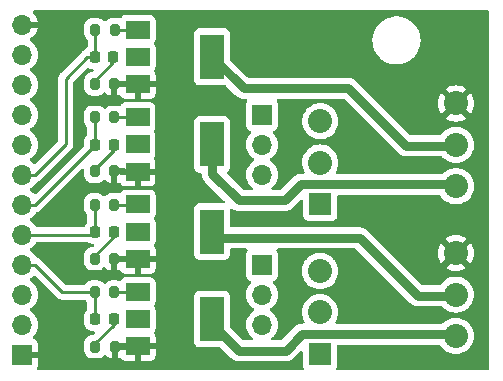
<source format=gtl>
G04 #@! TF.GenerationSoftware,KiCad,Pcbnew,(6.0.0)*
G04 #@! TF.CreationDate,2022-04-16T22:58:20-07:00*
G04 #@! TF.ProjectId,Output Module,4f757470-7574-4204-9d6f-64756c652e6b,rev?*
G04 #@! TF.SameCoordinates,Original*
G04 #@! TF.FileFunction,Copper,L1,Top*
G04 #@! TF.FilePolarity,Positive*
%FSLAX46Y46*%
G04 Gerber Fmt 4.6, Leading zero omitted, Abs format (unit mm)*
G04 Created by KiCad (PCBNEW (6.0.0)) date 2022-04-16 22:58:20*
%MOMM*%
%LPD*%
G01*
G04 APERTURE LIST*
G04 Aperture macros list*
%AMRoundRect*
0 Rectangle with rounded corners*
0 $1 Rounding radius*
0 $2 $3 $4 $5 $6 $7 $8 $9 X,Y pos of 4 corners*
0 Add a 4 corners polygon primitive as box body*
4,1,4,$2,$3,$4,$5,$6,$7,$8,$9,$2,$3,0*
0 Add four circle primitives for the rounded corners*
1,1,$1+$1,$2,$3*
1,1,$1+$1,$4,$5*
1,1,$1+$1,$6,$7*
1,1,$1+$1,$8,$9*
0 Add four rect primitives between the rounded corners*
20,1,$1+$1,$2,$3,$4,$5,0*
20,1,$1+$1,$4,$5,$6,$7,0*
20,1,$1+$1,$6,$7,$8,$9,0*
20,1,$1+$1,$8,$9,$2,$3,0*%
G04 Aperture macros list end*
G04 #@! TA.AperFunction,ComponentPad*
%ADD10R,1.900000X1.900000*%
G04 #@! TD*
G04 #@! TA.AperFunction,ComponentPad*
%ADD11C,2.032000*%
G04 #@! TD*
G04 #@! TA.AperFunction,ComponentPad*
%ADD12C,2.032098*%
G04 #@! TD*
G04 #@! TA.AperFunction,SMDPad,CuDef*
%ADD13RoundRect,0.218750X0.218750X0.256250X-0.218750X0.256250X-0.218750X-0.256250X0.218750X-0.256250X0*%
G04 #@! TD*
G04 #@! TA.AperFunction,SMDPad,CuDef*
%ADD14RoundRect,0.200000X-0.200000X-0.275000X0.200000X-0.275000X0.200000X0.275000X-0.200000X0.275000X0*%
G04 #@! TD*
G04 #@! TA.AperFunction,ComponentPad*
%ADD15R,1.700000X1.700000*%
G04 #@! TD*
G04 #@! TA.AperFunction,ComponentPad*
%ADD16O,1.700000X1.700000*%
G04 #@! TD*
G04 #@! TA.AperFunction,SMDPad,CuDef*
%ADD17R,2.000000X1.500000*%
G04 #@! TD*
G04 #@! TA.AperFunction,SMDPad,CuDef*
%ADD18R,2.000000X3.800000*%
G04 #@! TD*
G04 #@! TA.AperFunction,Conductor*
%ADD19C,0.762000*%
G04 #@! TD*
G04 #@! TA.AperFunction,Conductor*
%ADD20C,0.254000*%
G04 #@! TD*
G04 APERTURE END LIST*
D10*
X129370000Y-101510000D03*
D11*
X129370000Y-98010000D03*
X129370000Y-94510000D03*
X140870000Y-100010000D03*
X140870000Y-96510000D03*
D12*
X140870000Y-93010000D03*
D10*
X129380000Y-88830000D03*
D11*
X129380000Y-85330000D03*
X129380000Y-81830000D03*
X140880000Y-87330000D03*
X140880000Y-83830000D03*
D12*
X140880000Y-80330000D03*
D13*
X111883500Y-76417000D03*
X110308500Y-76417000D03*
X111903500Y-83817000D03*
X110328500Y-83817000D03*
X111923500Y-91207000D03*
X110348500Y-91207000D03*
X111923500Y-98617000D03*
X110348500Y-98617000D03*
D14*
X110301000Y-78677000D03*
X111951000Y-78677000D03*
X110321000Y-74087000D03*
X111971000Y-74087000D03*
X110291000Y-86077000D03*
X111941000Y-86077000D03*
X110311000Y-81487000D03*
X111961000Y-81487000D03*
D15*
X124460000Y-81280000D03*
D16*
X124460000Y-83820000D03*
X124460000Y-86360000D03*
D14*
X110291000Y-93477000D03*
X111941000Y-93477000D03*
X110291000Y-88897000D03*
X111941000Y-88897000D03*
X110321000Y-100917000D03*
X111971000Y-100917000D03*
X110311000Y-96297000D03*
X111961000Y-96297000D03*
D17*
X113936000Y-74082000D03*
X113936000Y-76382000D03*
X113936000Y-78682000D03*
D18*
X120236000Y-76382000D03*
X120236000Y-91182000D03*
D17*
X113936000Y-93482000D03*
X113936000Y-91182000D03*
X113936000Y-88882000D03*
D15*
X124460000Y-93980000D03*
D16*
X124460000Y-96520000D03*
X124460000Y-99060000D03*
D17*
X113926000Y-81492000D03*
X113926000Y-83792000D03*
X113926000Y-86092000D03*
D18*
X120226000Y-83792000D03*
D15*
X104140000Y-101600000D03*
D16*
X104140000Y-99060000D03*
X104140000Y-96520000D03*
X104140000Y-93980000D03*
X104140000Y-91440000D03*
X104140000Y-88900000D03*
X104140000Y-86360000D03*
X104140000Y-83820000D03*
X104140000Y-81280000D03*
X104140000Y-78740000D03*
X104140000Y-76200000D03*
X104140000Y-73660000D03*
D17*
X113936000Y-96282000D03*
X113936000Y-98582000D03*
X113936000Y-100882000D03*
D18*
X120236000Y-98582000D03*
D19*
X140640000Y-99850000D02*
X140880000Y-100090000D01*
X127870000Y-99850000D02*
X140640000Y-99850000D01*
X127800000Y-87160000D02*
X140650000Y-87160000D01*
X126420000Y-88540000D02*
X127800000Y-87160000D01*
X140650000Y-87160000D02*
X140880000Y-87390000D01*
X122500000Y-88540000D02*
X126420000Y-88540000D01*
X120226000Y-86266000D02*
X122500000Y-88540000D01*
X120226000Y-83792000D02*
X120226000Y-86266000D01*
X140870000Y-83900000D02*
X140880000Y-83890000D01*
X136620000Y-83900000D02*
X140870000Y-83900000D01*
X131760000Y-79040000D02*
X136620000Y-83900000D01*
X120236000Y-76382000D02*
X122894000Y-79040000D01*
X122894000Y-79040000D02*
X131760000Y-79040000D01*
X140870000Y-96600000D02*
X140880000Y-96590000D01*
X137630000Y-96600000D02*
X140870000Y-96600000D01*
X132750000Y-91720000D02*
X137630000Y-96600000D01*
X120774000Y-91720000D02*
X132750000Y-91720000D01*
X120236000Y-91182000D02*
X120774000Y-91720000D01*
X126450000Y-101270000D02*
X127870000Y-99850000D01*
X122490000Y-101270000D02*
X126450000Y-101270000D01*
X120236000Y-99016000D02*
X122490000Y-101270000D01*
X120236000Y-98582000D02*
X120236000Y-99016000D01*
D20*
X113921000Y-81487000D02*
X113926000Y-81492000D01*
X111961000Y-81487000D02*
X113921000Y-81487000D01*
X110301000Y-78389000D02*
X110301000Y-78677000D01*
X111883500Y-76806500D02*
X110301000Y-78389000D01*
X111883500Y-76417000D02*
X111883500Y-76806500D01*
X111903500Y-84246500D02*
X110291000Y-85859000D01*
X110291000Y-85859000D02*
X110291000Y-86077000D01*
X111903500Y-83817000D02*
X111903500Y-84246500D01*
X111923500Y-99046500D02*
X110321000Y-100649000D01*
X110321000Y-100649000D02*
X110321000Y-100917000D01*
X111923500Y-98617000D02*
X111923500Y-99046500D01*
X110291000Y-93219000D02*
X110291000Y-93477000D01*
X111923500Y-91586500D02*
X110291000Y-93219000D01*
X111923500Y-91207000D02*
X111923500Y-91586500D01*
X113931000Y-74087000D02*
X113936000Y-74082000D01*
X111971000Y-74087000D02*
X113931000Y-74087000D01*
X113931000Y-78677000D02*
X113936000Y-78682000D01*
X111951000Y-78677000D02*
X113931000Y-78677000D01*
X111941000Y-86077000D02*
X113911000Y-86077000D01*
X113911000Y-86077000D02*
X113926000Y-86092000D01*
X113931000Y-93477000D02*
X113936000Y-93482000D01*
X111941000Y-93477000D02*
X113931000Y-93477000D01*
X113901000Y-100917000D02*
X113936000Y-100882000D01*
X111971000Y-100917000D02*
X113901000Y-100917000D01*
X113921000Y-96297000D02*
X113936000Y-96282000D01*
X111961000Y-96297000D02*
X113921000Y-96297000D01*
X113921000Y-88897000D02*
X113936000Y-88882000D01*
X111941000Y-88897000D02*
X113921000Y-88897000D01*
X107850000Y-78220000D02*
X109653000Y-76417000D01*
X105230000Y-86360000D02*
X107850000Y-83740000D01*
X107850000Y-83740000D02*
X107850000Y-78220000D01*
X109653000Y-76417000D02*
X110308500Y-76417000D01*
X104140000Y-86360000D02*
X105230000Y-86360000D01*
X110328500Y-83821500D02*
X110328500Y-83817000D01*
X105250000Y-88900000D02*
X110328500Y-83821500D01*
X104140000Y-88900000D02*
X105250000Y-88900000D01*
X107547000Y-96297000D02*
X110311000Y-96297000D01*
X105230000Y-93980000D02*
X107547000Y-96297000D01*
X104140000Y-93980000D02*
X105230000Y-93980000D01*
X110115500Y-91440000D02*
X110348500Y-91207000D01*
X104140000Y-91440000D02*
X110115500Y-91440000D01*
X110311000Y-98579500D02*
X110348500Y-98617000D01*
X110311000Y-96297000D02*
X110311000Y-98579500D01*
X110291000Y-91149500D02*
X110348500Y-91207000D01*
X110291000Y-88897000D02*
X110291000Y-91149500D01*
X110311000Y-83799500D02*
X110328500Y-83817000D01*
X110311000Y-81487000D02*
X110311000Y-83799500D01*
X110321000Y-76404500D02*
X110308500Y-76417000D01*
X110321000Y-74087000D02*
X110321000Y-76404500D01*
G04 #@! TA.AperFunction,Conductor*
G36*
X143660121Y-72472002D02*
G01*
X143706614Y-72525658D01*
X143718000Y-72578000D01*
X143718000Y-102806000D01*
X143697998Y-102874121D01*
X143644342Y-102920614D01*
X143592000Y-102932000D01*
X130853656Y-102932000D01*
X130785535Y-102911998D01*
X130739042Y-102858342D01*
X130728938Y-102788068D01*
X130752831Y-102730434D01*
X130765229Y-102713892D01*
X130765230Y-102713890D01*
X130770615Y-102706705D01*
X130821745Y-102570316D01*
X130828500Y-102508134D01*
X130828500Y-100865500D01*
X130848502Y-100797379D01*
X130902158Y-100750886D01*
X130954500Y-100739500D01*
X139458499Y-100739500D01*
X139526620Y-100759502D01*
X139565931Y-100799664D01*
X139632840Y-100908849D01*
X139636057Y-100912616D01*
X139636058Y-100912617D01*
X139696807Y-100983745D01*
X139788682Y-101091318D01*
X139792444Y-101094531D01*
X139851896Y-101145307D01*
X139971151Y-101247160D01*
X140175751Y-101372540D01*
X140180321Y-101374433D01*
X140180323Y-101374434D01*
X140251410Y-101403879D01*
X140397447Y-101464369D01*
X140479037Y-101483957D01*
X140625965Y-101519232D01*
X140625971Y-101519233D01*
X140630778Y-101520387D01*
X140870000Y-101539214D01*
X141109222Y-101520387D01*
X141114029Y-101519233D01*
X141114035Y-101519232D01*
X141260963Y-101483957D01*
X141342553Y-101464369D01*
X141488590Y-101403879D01*
X141559677Y-101374434D01*
X141559679Y-101374433D01*
X141564249Y-101372540D01*
X141768849Y-101247160D01*
X141888105Y-101145307D01*
X141947556Y-101094531D01*
X141951318Y-101091318D01*
X142043193Y-100983745D01*
X142103942Y-100912617D01*
X142103943Y-100912616D01*
X142107160Y-100908849D01*
X142232540Y-100704249D01*
X142259471Y-100639233D01*
X142322475Y-100487126D01*
X142322476Y-100487124D01*
X142324369Y-100482553D01*
X142345563Y-100394276D01*
X142379232Y-100254035D01*
X142379233Y-100254029D01*
X142380387Y-100249222D01*
X142399214Y-100010000D01*
X142380387Y-99770778D01*
X142379233Y-99765971D01*
X142379232Y-99765965D01*
X142334274Y-99578705D01*
X142324369Y-99537447D01*
X142288854Y-99451705D01*
X142234434Y-99320323D01*
X142234433Y-99320321D01*
X142232540Y-99315751D01*
X142107160Y-99111151D01*
X142094984Y-99096894D01*
X141954531Y-98932444D01*
X141951318Y-98928682D01*
X141842064Y-98835371D01*
X141772617Y-98776058D01*
X141772616Y-98776057D01*
X141768849Y-98772840D01*
X141564249Y-98647460D01*
X141559679Y-98645567D01*
X141559677Y-98645566D01*
X141347126Y-98557525D01*
X141347124Y-98557524D01*
X141342553Y-98555631D01*
X141260963Y-98536043D01*
X141114035Y-98500768D01*
X141114029Y-98500767D01*
X141109222Y-98499613D01*
X140870000Y-98480786D01*
X140630778Y-98499613D01*
X140625971Y-98500767D01*
X140625965Y-98500768D01*
X140479037Y-98536043D01*
X140397447Y-98555631D01*
X140392876Y-98557524D01*
X140392874Y-98557525D01*
X140180323Y-98645566D01*
X140180321Y-98645567D01*
X140175751Y-98647460D01*
X139971151Y-98772840D01*
X139967384Y-98776057D01*
X139967383Y-98776058D01*
X139897936Y-98835371D01*
X139788682Y-98928682D01*
X139787512Y-98927312D01*
X139732006Y-98957621D01*
X139705223Y-98960500D01*
X130800498Y-98960500D01*
X130732377Y-98940498D01*
X130685884Y-98886842D01*
X130675780Y-98816568D01*
X130693064Y-98768667D01*
X130732540Y-98704249D01*
X130778084Y-98594297D01*
X130822475Y-98487126D01*
X130822476Y-98487124D01*
X130824369Y-98482553D01*
X130847386Y-98386680D01*
X130879232Y-98254035D01*
X130879233Y-98254029D01*
X130880387Y-98249222D01*
X130899214Y-98010000D01*
X130880387Y-97770778D01*
X130879233Y-97765971D01*
X130879232Y-97765965D01*
X130835856Y-97585295D01*
X130824369Y-97537447D01*
X130804729Y-97490031D01*
X130734434Y-97320323D01*
X130734433Y-97320321D01*
X130732540Y-97315751D01*
X130607160Y-97111151D01*
X130583571Y-97083531D01*
X130457564Y-96935995D01*
X130451318Y-96928682D01*
X130404562Y-96888749D01*
X130272617Y-96776058D01*
X130272616Y-96776057D01*
X130268849Y-96772840D01*
X130064249Y-96647460D01*
X130059679Y-96645567D01*
X130059677Y-96645566D01*
X129847126Y-96557525D01*
X129847124Y-96557524D01*
X129842553Y-96555631D01*
X129760963Y-96536043D01*
X129614035Y-96500768D01*
X129614029Y-96500767D01*
X129609222Y-96499613D01*
X129370000Y-96480786D01*
X129130778Y-96499613D01*
X129125971Y-96500767D01*
X129125965Y-96500768D01*
X128979037Y-96536043D01*
X128897447Y-96555631D01*
X128892876Y-96557524D01*
X128892874Y-96557525D01*
X128680323Y-96645566D01*
X128680321Y-96645567D01*
X128675751Y-96647460D01*
X128471151Y-96772840D01*
X128467384Y-96776057D01*
X128467383Y-96776058D01*
X128335438Y-96888749D01*
X128288682Y-96928682D01*
X128282436Y-96935995D01*
X128156430Y-97083531D01*
X128132840Y-97111151D01*
X128007460Y-97315751D01*
X128005567Y-97320321D01*
X128005566Y-97320323D01*
X127935271Y-97490031D01*
X127915631Y-97537447D01*
X127904144Y-97585295D01*
X127860768Y-97765965D01*
X127860767Y-97765971D01*
X127859613Y-97770778D01*
X127840786Y-98010000D01*
X127859613Y-98249222D01*
X127860767Y-98254029D01*
X127860768Y-98254035D01*
X127892614Y-98386680D01*
X127915631Y-98482553D01*
X127917524Y-98487124D01*
X127917525Y-98487126D01*
X127961917Y-98594297D01*
X128007460Y-98704249D01*
X128045816Y-98766839D01*
X128064353Y-98835371D01*
X128042897Y-98903047D01*
X127988257Y-98948380D01*
X127930061Y-98955686D01*
X127929929Y-98958204D01*
X127923325Y-98957858D01*
X127916810Y-98956826D01*
X127910223Y-98957171D01*
X127910218Y-98957171D01*
X127850008Y-98960327D01*
X127843414Y-98960500D01*
X127823380Y-98960500D01*
X127820106Y-98960844D01*
X127820107Y-98960844D01*
X127803454Y-98962594D01*
X127796880Y-98963111D01*
X127736681Y-98966266D01*
X127736678Y-98966266D01*
X127730085Y-98966612D01*
X127723706Y-98968321D01*
X127723707Y-98968321D01*
X127716977Y-98970124D01*
X127697544Y-98973725D01*
X127690614Y-98974454D01*
X127690610Y-98974455D01*
X127684044Y-98975145D01*
X127620408Y-98995822D01*
X127614101Y-98997690D01*
X127549475Y-99015006D01*
X127543588Y-99018006D01*
X127543587Y-99018006D01*
X127537385Y-99021166D01*
X127519121Y-99028731D01*
X127512504Y-99030881D01*
X127512499Y-99030883D01*
X127506215Y-99032925D01*
X127465129Y-99056646D01*
X127448276Y-99066376D01*
X127442481Y-99069522D01*
X127388762Y-99096894D01*
X127388759Y-99096896D01*
X127382875Y-99099894D01*
X127377741Y-99104051D01*
X127377740Y-99104052D01*
X127372329Y-99108433D01*
X127356044Y-99119626D01*
X127344285Y-99126415D01*
X127339378Y-99130833D01*
X127339377Y-99130834D01*
X127294576Y-99171173D01*
X127289561Y-99175457D01*
X127273994Y-99188063D01*
X127259847Y-99202210D01*
X127255063Y-99206751D01*
X127205331Y-99251530D01*
X127197348Y-99262518D01*
X127184511Y-99277546D01*
X126118462Y-100343595D01*
X126056150Y-100377621D01*
X126029367Y-100380500D01*
X125341882Y-100380500D01*
X125273761Y-100360498D01*
X125227268Y-100306842D01*
X125217164Y-100236568D01*
X125246658Y-100171988D01*
X125268711Y-100151923D01*
X125339860Y-100101173D01*
X125353751Y-100087331D01*
X125452169Y-99989256D01*
X125498096Y-99943489D01*
X125504915Y-99934000D01*
X125625435Y-99766277D01*
X125628453Y-99762077D01*
X125661476Y-99695261D01*
X125725136Y-99566453D01*
X125725137Y-99566451D01*
X125727430Y-99561811D01*
X125792370Y-99348069D01*
X125821529Y-99126590D01*
X125822255Y-99096894D01*
X125823074Y-99063365D01*
X125823074Y-99063361D01*
X125823156Y-99060000D01*
X125804852Y-98837361D01*
X125750431Y-98620702D01*
X125661354Y-98415840D01*
X125592384Y-98309229D01*
X125542822Y-98232617D01*
X125542820Y-98232614D01*
X125540014Y-98228277D01*
X125389670Y-98063051D01*
X125385619Y-98059852D01*
X125385615Y-98059848D01*
X125218414Y-97927800D01*
X125218410Y-97927798D01*
X125214359Y-97924598D01*
X125173053Y-97901796D01*
X125123084Y-97851364D01*
X125108312Y-97781921D01*
X125133428Y-97715516D01*
X125160780Y-97688909D01*
X125205871Y-97656746D01*
X125339860Y-97561173D01*
X125410228Y-97491051D01*
X125432618Y-97468739D01*
X125498096Y-97403489D01*
X125504009Y-97395261D01*
X125625435Y-97226277D01*
X125628453Y-97222077D01*
X125640121Y-97198470D01*
X125725136Y-97026453D01*
X125725137Y-97026451D01*
X125727430Y-97021811D01*
X125792370Y-96808069D01*
X125821529Y-96586590D01*
X125822239Y-96557525D01*
X125823074Y-96523365D01*
X125823074Y-96523361D01*
X125823156Y-96520000D01*
X125804852Y-96297361D01*
X125750431Y-96080702D01*
X125661354Y-95875840D01*
X125619749Y-95811528D01*
X125542822Y-95692617D01*
X125542820Y-95692614D01*
X125540014Y-95688277D01*
X125536532Y-95684450D01*
X125392798Y-95526488D01*
X125361746Y-95462642D01*
X125370141Y-95392143D01*
X125415317Y-95337375D01*
X125441761Y-95323706D01*
X125548297Y-95283767D01*
X125556705Y-95280615D01*
X125673261Y-95193261D01*
X125760615Y-95076705D01*
X125811745Y-94940316D01*
X125818500Y-94878134D01*
X125818500Y-94510000D01*
X127840786Y-94510000D01*
X127859613Y-94749222D01*
X127860767Y-94754029D01*
X127860768Y-94754035D01*
X127873130Y-94805526D01*
X127915631Y-94982553D01*
X127917524Y-94987124D01*
X127917525Y-94987126D01*
X128005138Y-95198642D01*
X128007460Y-95204249D01*
X128132840Y-95408849D01*
X128136057Y-95412616D01*
X128136058Y-95412617D01*
X128227641Y-95519848D01*
X128288682Y-95591318D01*
X128471151Y-95747160D01*
X128675751Y-95872540D01*
X128680321Y-95874433D01*
X128680323Y-95874434D01*
X128892874Y-95962475D01*
X128897447Y-95964369D01*
X128979037Y-95983957D01*
X129125965Y-96019232D01*
X129125971Y-96019233D01*
X129130778Y-96020387D01*
X129370000Y-96039214D01*
X129609222Y-96020387D01*
X129614029Y-96019233D01*
X129614035Y-96019232D01*
X129760963Y-95983957D01*
X129842553Y-95964369D01*
X129847126Y-95962475D01*
X130059677Y-95874434D01*
X130059679Y-95874433D01*
X130064249Y-95872540D01*
X130268849Y-95747160D01*
X130451318Y-95591318D01*
X130512359Y-95519848D01*
X130603942Y-95412617D01*
X130603943Y-95412616D01*
X130607160Y-95408849D01*
X130732540Y-95204249D01*
X130734863Y-95198642D01*
X130822475Y-94987126D01*
X130822476Y-94987124D01*
X130824369Y-94982553D01*
X130866870Y-94805526D01*
X130879232Y-94754035D01*
X130879233Y-94754029D01*
X130880387Y-94749222D01*
X130899214Y-94510000D01*
X130880387Y-94270778D01*
X130879233Y-94265971D01*
X130879232Y-94265965D01*
X130825524Y-94042259D01*
X130824369Y-94037447D01*
X130732540Y-93815751D01*
X130607160Y-93611151D01*
X130589208Y-93590131D01*
X130476327Y-93457964D01*
X130451318Y-93428682D01*
X130328371Y-93323676D01*
X130272617Y-93276058D01*
X130272616Y-93276057D01*
X130268849Y-93272840D01*
X130064249Y-93147460D01*
X130059679Y-93145567D01*
X130059677Y-93145566D01*
X129847126Y-93057525D01*
X129847124Y-93057524D01*
X129842553Y-93055631D01*
X129725546Y-93027540D01*
X129614035Y-93000768D01*
X129614029Y-93000767D01*
X129609222Y-92999613D01*
X129370000Y-92980786D01*
X129130778Y-92999613D01*
X129125971Y-93000767D01*
X129125965Y-93000768D01*
X129014454Y-93027540D01*
X128897447Y-93055631D01*
X128892876Y-93057524D01*
X128892874Y-93057525D01*
X128680323Y-93145566D01*
X128680321Y-93145567D01*
X128675751Y-93147460D01*
X128471151Y-93272840D01*
X128467384Y-93276057D01*
X128467383Y-93276058D01*
X128411629Y-93323676D01*
X128288682Y-93428682D01*
X128263673Y-93457964D01*
X128150793Y-93590131D01*
X128132840Y-93611151D01*
X128007460Y-93815751D01*
X127915631Y-94037447D01*
X127914476Y-94042259D01*
X127860768Y-94265965D01*
X127860767Y-94265971D01*
X127859613Y-94270778D01*
X127840786Y-94510000D01*
X125818500Y-94510000D01*
X125818500Y-93081866D01*
X125811745Y-93019684D01*
X125760615Y-92883295D01*
X125734013Y-92847800D01*
X125706482Y-92811065D01*
X125681634Y-92744558D01*
X125696687Y-92675176D01*
X125746862Y-92624946D01*
X125807308Y-92609500D01*
X132329367Y-92609500D01*
X132397488Y-92629502D01*
X132418462Y-92646405D01*
X136944511Y-97172454D01*
X136957348Y-97187482D01*
X136965331Y-97198470D01*
X136970233Y-97202883D01*
X136970234Y-97202885D01*
X137015063Y-97243249D01*
X137019847Y-97247790D01*
X137033994Y-97261937D01*
X137036559Y-97264014D01*
X137049554Y-97274537D01*
X137054568Y-97278819D01*
X137056142Y-97280236D01*
X137099381Y-97319170D01*
X137099385Y-97319173D01*
X137104285Y-97323585D01*
X137109995Y-97326881D01*
X137109998Y-97326884D01*
X137116045Y-97330375D01*
X137132330Y-97341568D01*
X137142875Y-97350107D01*
X137202491Y-97380483D01*
X137208285Y-97383629D01*
X137266215Y-97417075D01*
X137272495Y-97419116D01*
X137272496Y-97419116D01*
X137279122Y-97421269D01*
X137297379Y-97428832D01*
X137303587Y-97431995D01*
X137303595Y-97431998D01*
X137309475Y-97434994D01*
X137315849Y-97436702D01*
X137315852Y-97436703D01*
X137348430Y-97445432D01*
X137374101Y-97452310D01*
X137380408Y-97454178D01*
X137444044Y-97474855D01*
X137450610Y-97475545D01*
X137450614Y-97475546D01*
X137457544Y-97476275D01*
X137476977Y-97479876D01*
X137481965Y-97481212D01*
X137490085Y-97483388D01*
X137496678Y-97483734D01*
X137496681Y-97483734D01*
X137556880Y-97486889D01*
X137563455Y-97487406D01*
X137583380Y-97489500D01*
X137603414Y-97489500D01*
X137610008Y-97489673D01*
X137670218Y-97492829D01*
X137670223Y-97492829D01*
X137676810Y-97493174D01*
X137683325Y-97492142D01*
X137683327Y-97492142D01*
X137690214Y-97491051D01*
X137709925Y-97489500D01*
X139643634Y-97489500D01*
X139711755Y-97509502D01*
X139739445Y-97533670D01*
X139785460Y-97587547D01*
X139785469Y-97587556D01*
X139788682Y-97591318D01*
X139792444Y-97594531D01*
X139792449Y-97594536D01*
X139967383Y-97743942D01*
X139971151Y-97747160D01*
X140175751Y-97872540D01*
X140180321Y-97874433D01*
X140180323Y-97874434D01*
X140309161Y-97927800D01*
X140397447Y-97964369D01*
X140479037Y-97983957D01*
X140625965Y-98019232D01*
X140625971Y-98019233D01*
X140630778Y-98020387D01*
X140870000Y-98039214D01*
X141109222Y-98020387D01*
X141114029Y-98019233D01*
X141114035Y-98019232D01*
X141260963Y-97983957D01*
X141342553Y-97964369D01*
X141430839Y-97927800D01*
X141559677Y-97874434D01*
X141559679Y-97874433D01*
X141564249Y-97872540D01*
X141768849Y-97747160D01*
X141777021Y-97740181D01*
X141947556Y-97594531D01*
X141951318Y-97591318D01*
X142000554Y-97533670D01*
X142103942Y-97412617D01*
X142103943Y-97412616D01*
X142107160Y-97408849D01*
X142232540Y-97204249D01*
X142258194Y-97142316D01*
X142322475Y-96987126D01*
X142322476Y-96987124D01*
X142324369Y-96982553D01*
X142351791Y-96868333D01*
X142379232Y-96754035D01*
X142379233Y-96754029D01*
X142380387Y-96749222D01*
X142399214Y-96510000D01*
X142380387Y-96270778D01*
X142379233Y-96265971D01*
X142379232Y-96265965D01*
X142327216Y-96049305D01*
X142324369Y-96037447D01*
X142232540Y-95815751D01*
X142107160Y-95611151D01*
X142089020Y-95589911D01*
X141954531Y-95432444D01*
X141951318Y-95428682D01*
X141843504Y-95336601D01*
X141772617Y-95276058D01*
X141772616Y-95276057D01*
X141768849Y-95272840D01*
X141564249Y-95147460D01*
X141559679Y-95145567D01*
X141559677Y-95145566D01*
X141347126Y-95057525D01*
X141347124Y-95057524D01*
X141342553Y-95055631D01*
X141233302Y-95029402D01*
X141114035Y-95000768D01*
X141114029Y-95000767D01*
X141109222Y-94999613D01*
X140870000Y-94980786D01*
X140630778Y-94999613D01*
X140625971Y-95000767D01*
X140625965Y-95000768D01*
X140506698Y-95029402D01*
X140397447Y-95055631D01*
X140392876Y-95057524D01*
X140392874Y-95057525D01*
X140180323Y-95145566D01*
X140180321Y-95145567D01*
X140175751Y-95147460D01*
X139971151Y-95272840D01*
X139967384Y-95276057D01*
X139967383Y-95276058D01*
X139896496Y-95336601D01*
X139788682Y-95428682D01*
X139785469Y-95432444D01*
X139650981Y-95589911D01*
X139632840Y-95611151D01*
X139608826Y-95650338D01*
X139556181Y-95697966D01*
X139501396Y-95710500D01*
X138050633Y-95710500D01*
X137982512Y-95690498D01*
X137961538Y-95673595D01*
X136542284Y-94254341D01*
X139990489Y-94254341D01*
X139996216Y-94261991D01*
X140171737Y-94369551D01*
X140180531Y-94374032D01*
X140393014Y-94462045D01*
X140402399Y-94465094D01*
X140626036Y-94518785D01*
X140635783Y-94520328D01*
X140865070Y-94538374D01*
X140874930Y-94538374D01*
X141104217Y-94520328D01*
X141113964Y-94518785D01*
X141337601Y-94465094D01*
X141346986Y-94462045D01*
X141559469Y-94374032D01*
X141568263Y-94369551D01*
X141740118Y-94264238D01*
X141749578Y-94253781D01*
X141745795Y-94245005D01*
X140882812Y-93382022D01*
X140868868Y-93374408D01*
X140867035Y-93374539D01*
X140860420Y-93378790D01*
X139997249Y-94241961D01*
X139990489Y-94254341D01*
X136542284Y-94254341D01*
X135302873Y-93014930D01*
X139341626Y-93014930D01*
X139359672Y-93244217D01*
X139361215Y-93253964D01*
X139414906Y-93477601D01*
X139417955Y-93486986D01*
X139505968Y-93699469D01*
X139510449Y-93708263D01*
X139615762Y-93880118D01*
X139626219Y-93889578D01*
X139634995Y-93885795D01*
X140497978Y-93022812D01*
X140504356Y-93011132D01*
X141234408Y-93011132D01*
X141234539Y-93012965D01*
X141238790Y-93019580D01*
X142101961Y-93882751D01*
X142114341Y-93889511D01*
X142121991Y-93883784D01*
X142229551Y-93708263D01*
X142234032Y-93699469D01*
X142322045Y-93486986D01*
X142325094Y-93477601D01*
X142378785Y-93253964D01*
X142380328Y-93244217D01*
X142398374Y-93014930D01*
X142398374Y-93005070D01*
X142380328Y-92775783D01*
X142378785Y-92766036D01*
X142325094Y-92542399D01*
X142322045Y-92533014D01*
X142234032Y-92320531D01*
X142229551Y-92311737D01*
X142124238Y-92139882D01*
X142113781Y-92130422D01*
X142105005Y-92134205D01*
X141242022Y-92997188D01*
X141234408Y-93011132D01*
X140504356Y-93011132D01*
X140505592Y-93008868D01*
X140505461Y-93007035D01*
X140501210Y-93000420D01*
X139638039Y-92137249D01*
X139625659Y-92130489D01*
X139618009Y-92136216D01*
X139510449Y-92311737D01*
X139505968Y-92320531D01*
X139417955Y-92533014D01*
X139414906Y-92542399D01*
X139361215Y-92766036D01*
X139359672Y-92775783D01*
X139341626Y-93005070D01*
X139341626Y-93014930D01*
X135302873Y-93014930D01*
X134054162Y-91766219D01*
X139990422Y-91766219D01*
X139994205Y-91774995D01*
X140857188Y-92637978D01*
X140871132Y-92645592D01*
X140872965Y-92645461D01*
X140879580Y-92641210D01*
X141742751Y-91778039D01*
X141749511Y-91765659D01*
X141743784Y-91758009D01*
X141568263Y-91650449D01*
X141559469Y-91645968D01*
X141346986Y-91557955D01*
X141337601Y-91554906D01*
X141113964Y-91501215D01*
X141104217Y-91499672D01*
X140874930Y-91481626D01*
X140865070Y-91481626D01*
X140635783Y-91499672D01*
X140626036Y-91501215D01*
X140402399Y-91554906D01*
X140393014Y-91557955D01*
X140180531Y-91645968D01*
X140171737Y-91650449D01*
X139999882Y-91755762D01*
X139990422Y-91766219D01*
X134054162Y-91766219D01*
X133435489Y-91147546D01*
X133422652Y-91132518D01*
X133414669Y-91121530D01*
X133364937Y-91076751D01*
X133360153Y-91072210D01*
X133346006Y-91058063D01*
X133330446Y-91045463D01*
X133325425Y-91041175D01*
X133280619Y-91000830D01*
X133280615Y-91000827D01*
X133275715Y-90996415D01*
X133270005Y-90993119D01*
X133270002Y-90993116D01*
X133263955Y-90989625D01*
X133247670Y-90978432D01*
X133237125Y-90969893D01*
X133177520Y-90939523D01*
X133171724Y-90936376D01*
X133165975Y-90933057D01*
X133113785Y-90902925D01*
X133100875Y-90898730D01*
X133082616Y-90891167D01*
X133070524Y-90885006D01*
X133005906Y-90867691D01*
X132999582Y-90865818D01*
X132990981Y-90863023D01*
X132935956Y-90845145D01*
X132929389Y-90844455D01*
X132929385Y-90844454D01*
X132923712Y-90843858D01*
X132922470Y-90843728D01*
X132903028Y-90840125D01*
X132889915Y-90836611D01*
X132883318Y-90836265D01*
X132883316Y-90836265D01*
X132823113Y-90833110D01*
X132816539Y-90832593D01*
X132799895Y-90830844D01*
X132799891Y-90830844D01*
X132796620Y-90830500D01*
X132776593Y-90830500D01*
X132769999Y-90830327D01*
X132709782Y-90827171D01*
X132709778Y-90827171D01*
X132703190Y-90826826D01*
X132696675Y-90827858D01*
X132696673Y-90827858D01*
X132689786Y-90828949D01*
X132670075Y-90830500D01*
X121870500Y-90830500D01*
X121802379Y-90810498D01*
X121755886Y-90756842D01*
X121744500Y-90704500D01*
X121744500Y-89339686D01*
X121764502Y-89271565D01*
X121818158Y-89225072D01*
X121888432Y-89214968D01*
X121954812Y-89246051D01*
X121969381Y-89259170D01*
X121969385Y-89259173D01*
X121974285Y-89263585D01*
X121979995Y-89266881D01*
X121979998Y-89266884D01*
X121986045Y-89270375D01*
X122002330Y-89281568D01*
X122012875Y-89290107D01*
X122072480Y-89320477D01*
X122078276Y-89323624D01*
X122136215Y-89357075D01*
X122149125Y-89361270D01*
X122167384Y-89368833D01*
X122179476Y-89374994D01*
X122215829Y-89384735D01*
X122244094Y-89392309D01*
X122250419Y-89394182D01*
X122314044Y-89414855D01*
X122320611Y-89415545D01*
X122320615Y-89415546D01*
X122326288Y-89416142D01*
X122327530Y-89416272D01*
X122346972Y-89419875D01*
X122360085Y-89423389D01*
X122366682Y-89423735D01*
X122366684Y-89423735D01*
X122426887Y-89426890D01*
X122433461Y-89427407D01*
X122450105Y-89429156D01*
X122450109Y-89429156D01*
X122453380Y-89429500D01*
X122473407Y-89429500D01*
X122480001Y-89429673D01*
X122540218Y-89432829D01*
X122540222Y-89432829D01*
X122546810Y-89433174D01*
X122553325Y-89432142D01*
X122553327Y-89432142D01*
X122560214Y-89431051D01*
X122579925Y-89429500D01*
X126340075Y-89429500D01*
X126359786Y-89431051D01*
X126366673Y-89432142D01*
X126366675Y-89432142D01*
X126373190Y-89433174D01*
X126379778Y-89432829D01*
X126379782Y-89432829D01*
X126439999Y-89429673D01*
X126446593Y-89429500D01*
X126466620Y-89429500D01*
X126469891Y-89429156D01*
X126469895Y-89429156D01*
X126486539Y-89427407D01*
X126493113Y-89426890D01*
X126553316Y-89423735D01*
X126553318Y-89423735D01*
X126559915Y-89423389D01*
X126573028Y-89419875D01*
X126592470Y-89416272D01*
X126593712Y-89416142D01*
X126599385Y-89415546D01*
X126599389Y-89415545D01*
X126605956Y-89414855D01*
X126669581Y-89394182D01*
X126675906Y-89392309D01*
X126704171Y-89384735D01*
X126740524Y-89374994D01*
X126752616Y-89368833D01*
X126770875Y-89361270D01*
X126783785Y-89357075D01*
X126841724Y-89323624D01*
X126847520Y-89320477D01*
X126907125Y-89290107D01*
X126917670Y-89281568D01*
X126933955Y-89270375D01*
X126940002Y-89266884D01*
X126940005Y-89266881D01*
X126945715Y-89263585D01*
X126950615Y-89259173D01*
X126950619Y-89259170D01*
X126982494Y-89230469D01*
X126995432Y-89218819D01*
X127000446Y-89214537D01*
X127013441Y-89204014D01*
X127016006Y-89201937D01*
X127030153Y-89187790D01*
X127034937Y-89183249D01*
X127079766Y-89142885D01*
X127079767Y-89142883D01*
X127084669Y-89138470D01*
X127092652Y-89127482D01*
X127105489Y-89112454D01*
X127706405Y-88511538D01*
X127768717Y-88477512D01*
X127839532Y-88482577D01*
X127896368Y-88525124D01*
X127921179Y-88591644D01*
X127921500Y-88600633D01*
X127921500Y-89828134D01*
X127928255Y-89890316D01*
X127979385Y-90026705D01*
X128066739Y-90143261D01*
X128183295Y-90230615D01*
X128319684Y-90281745D01*
X128381866Y-90288500D01*
X130378134Y-90288500D01*
X130440316Y-90281745D01*
X130576705Y-90230615D01*
X130693261Y-90143261D01*
X130780615Y-90026705D01*
X130831745Y-89890316D01*
X130838500Y-89828134D01*
X130838500Y-88175500D01*
X130858502Y-88107379D01*
X130912158Y-88060886D01*
X130964500Y-88049500D01*
X139462371Y-88049500D01*
X139530492Y-88069502D01*
X139569803Y-88109665D01*
X139584851Y-88134220D01*
X139642840Y-88228849D01*
X139646057Y-88232616D01*
X139646058Y-88232617D01*
X139773574Y-88381920D01*
X139798682Y-88411318D01*
X139981151Y-88567160D01*
X140185751Y-88692540D01*
X140190321Y-88694433D01*
X140190323Y-88694434D01*
X140402874Y-88782475D01*
X140407447Y-88784369D01*
X140489037Y-88803957D01*
X140635965Y-88839232D01*
X140635971Y-88839233D01*
X140640778Y-88840387D01*
X140880000Y-88859214D01*
X141119222Y-88840387D01*
X141124029Y-88839233D01*
X141124035Y-88839232D01*
X141270963Y-88803957D01*
X141352553Y-88784369D01*
X141357126Y-88782475D01*
X141569677Y-88694434D01*
X141569679Y-88694433D01*
X141574249Y-88692540D01*
X141778849Y-88567160D01*
X141961318Y-88411318D01*
X141986426Y-88381921D01*
X142113942Y-88232617D01*
X142113943Y-88232616D01*
X142117160Y-88228849D01*
X142242540Y-88024249D01*
X142260625Y-87980589D01*
X142332475Y-87807126D01*
X142332476Y-87807124D01*
X142334369Y-87802553D01*
X142370874Y-87650500D01*
X142389232Y-87574035D01*
X142389233Y-87574029D01*
X142390387Y-87569222D01*
X142409214Y-87330000D01*
X142390387Y-87090778D01*
X142389233Y-87085971D01*
X142389232Y-87085965D01*
X142348585Y-86916660D01*
X142334369Y-86857447D01*
X142327733Y-86841425D01*
X142244434Y-86640323D01*
X142244433Y-86640321D01*
X142242540Y-86635751D01*
X142117160Y-86431151D01*
X142111627Y-86424672D01*
X141964531Y-86252444D01*
X141961318Y-86248682D01*
X141778849Y-86092840D01*
X141574249Y-85967460D01*
X141569679Y-85965567D01*
X141569677Y-85965566D01*
X141357126Y-85877525D01*
X141357124Y-85877524D01*
X141352553Y-85875631D01*
X141242598Y-85849233D01*
X141124035Y-85820768D01*
X141124029Y-85820767D01*
X141119222Y-85819613D01*
X140880000Y-85800786D01*
X140640778Y-85819613D01*
X140635971Y-85820767D01*
X140635965Y-85820768D01*
X140517402Y-85849233D01*
X140407447Y-85875631D01*
X140402876Y-85877524D01*
X140402874Y-85877525D01*
X140190323Y-85965566D01*
X140190321Y-85965567D01*
X140185751Y-85967460D01*
X139981151Y-86092840D01*
X139808481Y-86240313D01*
X139743693Y-86269342D01*
X139726653Y-86270500D01*
X130816626Y-86270500D01*
X130748505Y-86250498D01*
X130702012Y-86196842D01*
X130691908Y-86126568D01*
X130709192Y-86078667D01*
X130742540Y-86024249D01*
X130777974Y-85938705D01*
X130832475Y-85807126D01*
X130832476Y-85807124D01*
X130834369Y-85802553D01*
X130870081Y-85653802D01*
X130889232Y-85574035D01*
X130889233Y-85574029D01*
X130890387Y-85569222D01*
X130909214Y-85330000D01*
X130890387Y-85090778D01*
X130889233Y-85085971D01*
X130889232Y-85085965D01*
X130835524Y-84862259D01*
X130834369Y-84857447D01*
X130808063Y-84793938D01*
X130744434Y-84640323D01*
X130744433Y-84640321D01*
X130742540Y-84635751D01*
X130617160Y-84431151D01*
X130519545Y-84316857D01*
X130464531Y-84252444D01*
X130461318Y-84248682D01*
X130306559Y-84116506D01*
X130282617Y-84096058D01*
X130282616Y-84096057D01*
X130278849Y-84092840D01*
X130074249Y-83967460D01*
X130069679Y-83965567D01*
X130069677Y-83965566D01*
X129857126Y-83877525D01*
X129857124Y-83877524D01*
X129852553Y-83875631D01*
X129770963Y-83856043D01*
X129624035Y-83820768D01*
X129624029Y-83820767D01*
X129619222Y-83819613D01*
X129380000Y-83800786D01*
X129140778Y-83819613D01*
X129135971Y-83820767D01*
X129135965Y-83820768D01*
X128989037Y-83856043D01*
X128907447Y-83875631D01*
X128902876Y-83877524D01*
X128902874Y-83877525D01*
X128690323Y-83965566D01*
X128690321Y-83965567D01*
X128685751Y-83967460D01*
X128481151Y-84092840D01*
X128477384Y-84096057D01*
X128477383Y-84096058D01*
X128453441Y-84116506D01*
X128298682Y-84248682D01*
X128295469Y-84252444D01*
X128240456Y-84316857D01*
X128142840Y-84431151D01*
X128017460Y-84635751D01*
X128015567Y-84640321D01*
X128015566Y-84640323D01*
X127951937Y-84793938D01*
X127925631Y-84857447D01*
X127924476Y-84862259D01*
X127870768Y-85085965D01*
X127870767Y-85085971D01*
X127869613Y-85090778D01*
X127850786Y-85330000D01*
X127869613Y-85569222D01*
X127870767Y-85574029D01*
X127870768Y-85574035D01*
X127889919Y-85653802D01*
X127925631Y-85802553D01*
X127927524Y-85807124D01*
X127927525Y-85807126D01*
X127982027Y-85938705D01*
X128017460Y-86024249D01*
X128050807Y-86078667D01*
X128069345Y-86147199D01*
X128047888Y-86214876D01*
X127993249Y-86260209D01*
X127943374Y-86270500D01*
X127879925Y-86270500D01*
X127860214Y-86268949D01*
X127853327Y-86267858D01*
X127853325Y-86267858D01*
X127846810Y-86266826D01*
X127840222Y-86267171D01*
X127840218Y-86267171D01*
X127780001Y-86270327D01*
X127773407Y-86270500D01*
X127753380Y-86270500D01*
X127750109Y-86270844D01*
X127750105Y-86270844D01*
X127733461Y-86272593D01*
X127726887Y-86273110D01*
X127666684Y-86276265D01*
X127666682Y-86276265D01*
X127660085Y-86276611D01*
X127646972Y-86280125D01*
X127627530Y-86283728D01*
X127626288Y-86283858D01*
X127620615Y-86284454D01*
X127620611Y-86284455D01*
X127614044Y-86285145D01*
X127588570Y-86293422D01*
X127550418Y-86305818D01*
X127544094Y-86307691D01*
X127479476Y-86325006D01*
X127467384Y-86331167D01*
X127449125Y-86338730D01*
X127436215Y-86342925D01*
X127400812Y-86363365D01*
X127378276Y-86376376D01*
X127372480Y-86379523D01*
X127312875Y-86409893D01*
X127302330Y-86418432D01*
X127286045Y-86429625D01*
X127279998Y-86433116D01*
X127279995Y-86433119D01*
X127274285Y-86436415D01*
X127269385Y-86440827D01*
X127269381Y-86440830D01*
X127257025Y-86451956D01*
X127230980Y-86475408D01*
X127224575Y-86481175D01*
X127219554Y-86485463D01*
X127207763Y-86495011D01*
X127203994Y-86498063D01*
X127189847Y-86512210D01*
X127185063Y-86516751D01*
X127135331Y-86561530D01*
X127127348Y-86572518D01*
X127114511Y-86587546D01*
X126088462Y-87613595D01*
X126026150Y-87647621D01*
X125999367Y-87650500D01*
X125383940Y-87650500D01*
X125315819Y-87630498D01*
X125269326Y-87576842D01*
X125259222Y-87506568D01*
X125288716Y-87441988D01*
X125310772Y-87421921D01*
X125339860Y-87401173D01*
X125391583Y-87349631D01*
X125421209Y-87320107D01*
X125498096Y-87243489D01*
X125539747Y-87185526D01*
X125625435Y-87066277D01*
X125628453Y-87062077D01*
X125630902Y-87057123D01*
X125725136Y-86866453D01*
X125725137Y-86866451D01*
X125727430Y-86861811D01*
X125792370Y-86648069D01*
X125821529Y-86426590D01*
X125821728Y-86418432D01*
X125823074Y-86363365D01*
X125823074Y-86363361D01*
X125823156Y-86360000D01*
X125804852Y-86137361D01*
X125750431Y-85920702D01*
X125661354Y-85715840D01*
X125621220Y-85653802D01*
X125542822Y-85532617D01*
X125542820Y-85532614D01*
X125540014Y-85528277D01*
X125389670Y-85363051D01*
X125385619Y-85359852D01*
X125385615Y-85359848D01*
X125218414Y-85227800D01*
X125218410Y-85227798D01*
X125214359Y-85224598D01*
X125173053Y-85201796D01*
X125123084Y-85151364D01*
X125108312Y-85081921D01*
X125133428Y-85015516D01*
X125160780Y-84988909D01*
X125224570Y-84943408D01*
X125339860Y-84861173D01*
X125383565Y-84817621D01*
X125437176Y-84764196D01*
X125498096Y-84703489D01*
X125512371Y-84683624D01*
X125625435Y-84526277D01*
X125628453Y-84522077D01*
X125640121Y-84498470D01*
X125725136Y-84326453D01*
X125725137Y-84326451D01*
X125727430Y-84321811D01*
X125770244Y-84180893D01*
X125790865Y-84113023D01*
X125790865Y-84113021D01*
X125792370Y-84108069D01*
X125821529Y-83886590D01*
X125821611Y-83883240D01*
X125823074Y-83823365D01*
X125823074Y-83823361D01*
X125823156Y-83820000D01*
X125804852Y-83597361D01*
X125750431Y-83380702D01*
X125661354Y-83175840D01*
X125588964Y-83063942D01*
X125542822Y-82992617D01*
X125542820Y-82992614D01*
X125540014Y-82988277D01*
X125535285Y-82983080D01*
X125392798Y-82826488D01*
X125361746Y-82762642D01*
X125370141Y-82692143D01*
X125415317Y-82637375D01*
X125441761Y-82623706D01*
X125548297Y-82583767D01*
X125556705Y-82580615D01*
X125673261Y-82493261D01*
X125760615Y-82376705D01*
X125811745Y-82240316D01*
X125818500Y-82178134D01*
X125818500Y-81830000D01*
X127850786Y-81830000D01*
X127869613Y-82069222D01*
X127870767Y-82074029D01*
X127870768Y-82074035D01*
X127896576Y-82181531D01*
X127925631Y-82302553D01*
X127927524Y-82307124D01*
X127927525Y-82307126D01*
X128011284Y-82509338D01*
X128017460Y-82524249D01*
X128142840Y-82728849D01*
X128146057Y-82732616D01*
X128146058Y-82732617D01*
X128240385Y-82843061D01*
X128298682Y-82911318D01*
X128302444Y-82914531D01*
X128416520Y-83011960D01*
X128481151Y-83067160D01*
X128685751Y-83192540D01*
X128690321Y-83194433D01*
X128690323Y-83194434D01*
X128902874Y-83282475D01*
X128907447Y-83284369D01*
X128989037Y-83303957D01*
X129135965Y-83339232D01*
X129135971Y-83339233D01*
X129140778Y-83340387D01*
X129380000Y-83359214D01*
X129619222Y-83340387D01*
X129624029Y-83339233D01*
X129624035Y-83339232D01*
X129770963Y-83303957D01*
X129852553Y-83284369D01*
X129857126Y-83282475D01*
X130069677Y-83194434D01*
X130069679Y-83194433D01*
X130074249Y-83192540D01*
X130278849Y-83067160D01*
X130343481Y-83011960D01*
X130457556Y-82914531D01*
X130461318Y-82911318D01*
X130519615Y-82843061D01*
X130613942Y-82732617D01*
X130613943Y-82732616D01*
X130617160Y-82728849D01*
X130742540Y-82524249D01*
X130748717Y-82509338D01*
X130832475Y-82307126D01*
X130832476Y-82307124D01*
X130834369Y-82302553D01*
X130863424Y-82181531D01*
X130889232Y-82074035D01*
X130889233Y-82074029D01*
X130890387Y-82069222D01*
X130909214Y-81830000D01*
X130890387Y-81590778D01*
X130889233Y-81585971D01*
X130889232Y-81585965D01*
X130853764Y-81438233D01*
X130834369Y-81357447D01*
X130828484Y-81343240D01*
X130744434Y-81140323D01*
X130744433Y-81140321D01*
X130742540Y-81135751D01*
X130617160Y-80931151D01*
X130461318Y-80748682D01*
X130278849Y-80592840D01*
X130074249Y-80467460D01*
X130069679Y-80465567D01*
X130069677Y-80465566D01*
X129857126Y-80377525D01*
X129857124Y-80377524D01*
X129852553Y-80375631D01*
X129770963Y-80356043D01*
X129624035Y-80320768D01*
X129624029Y-80320767D01*
X129619222Y-80319613D01*
X129380000Y-80300786D01*
X129140778Y-80319613D01*
X129135971Y-80320767D01*
X129135965Y-80320768D01*
X128989037Y-80356043D01*
X128907447Y-80375631D01*
X128902876Y-80377524D01*
X128902874Y-80377525D01*
X128690323Y-80465566D01*
X128690321Y-80465567D01*
X128685751Y-80467460D01*
X128481151Y-80592840D01*
X128298682Y-80748682D01*
X128142840Y-80931151D01*
X128017460Y-81135751D01*
X128015567Y-81140321D01*
X128015566Y-81140323D01*
X127931516Y-81343240D01*
X127925631Y-81357447D01*
X127906236Y-81438233D01*
X127870768Y-81585965D01*
X127870767Y-81585971D01*
X127869613Y-81590778D01*
X127850786Y-81830000D01*
X125818500Y-81830000D01*
X125818500Y-80381866D01*
X125811745Y-80319684D01*
X125760615Y-80183295D01*
X125721471Y-80131065D01*
X125696623Y-80064558D01*
X125711676Y-79995176D01*
X125761850Y-79944946D01*
X125822297Y-79929500D01*
X131339367Y-79929500D01*
X131407488Y-79949502D01*
X131428462Y-79966405D01*
X135934511Y-84472454D01*
X135947348Y-84487482D01*
X135955331Y-84498470D01*
X135960233Y-84502883D01*
X135960234Y-84502885D01*
X136005063Y-84543249D01*
X136009847Y-84547790D01*
X136023994Y-84561937D01*
X136026559Y-84564014D01*
X136039554Y-84574537D01*
X136044568Y-84578819D01*
X136055796Y-84588929D01*
X136089381Y-84619170D01*
X136089385Y-84619173D01*
X136094285Y-84623585D01*
X136099995Y-84626881D01*
X136099998Y-84626884D01*
X136106045Y-84630375D01*
X136122330Y-84641568D01*
X136132875Y-84650107D01*
X136192480Y-84680477D01*
X136198276Y-84683624D01*
X136256215Y-84717075D01*
X136269125Y-84721270D01*
X136287384Y-84728833D01*
X136299476Y-84734994D01*
X136356641Y-84750312D01*
X136364094Y-84752309D01*
X136370419Y-84754182D01*
X136434044Y-84774855D01*
X136440611Y-84775545D01*
X136440615Y-84775546D01*
X136446288Y-84776142D01*
X136447530Y-84776272D01*
X136466972Y-84779875D01*
X136480085Y-84783389D01*
X136486682Y-84783735D01*
X136486684Y-84783735D01*
X136546887Y-84786890D01*
X136553461Y-84787407D01*
X136570105Y-84789156D01*
X136570109Y-84789156D01*
X136573380Y-84789500D01*
X136593407Y-84789500D01*
X136600001Y-84789673D01*
X136660218Y-84792829D01*
X136660222Y-84792829D01*
X136666810Y-84793174D01*
X136673325Y-84792142D01*
X136673327Y-84792142D01*
X136680214Y-84791051D01*
X136699925Y-84789500D01*
X139636554Y-84789500D01*
X139704675Y-84809502D01*
X139732360Y-84833665D01*
X139798682Y-84911318D01*
X139981151Y-85067160D01*
X140185751Y-85192540D01*
X140190321Y-85194433D01*
X140190323Y-85194434D01*
X140299480Y-85239648D01*
X140407447Y-85284369D01*
X140489037Y-85303957D01*
X140635965Y-85339232D01*
X140635971Y-85339233D01*
X140640778Y-85340387D01*
X140880000Y-85359214D01*
X141119222Y-85340387D01*
X141124029Y-85339233D01*
X141124035Y-85339232D01*
X141270963Y-85303957D01*
X141352553Y-85284369D01*
X141460520Y-85239648D01*
X141569677Y-85194434D01*
X141569679Y-85194433D01*
X141574249Y-85192540D01*
X141778849Y-85067160D01*
X141961318Y-84911318D01*
X142007328Y-84857447D01*
X142113942Y-84732617D01*
X142113943Y-84732616D01*
X142117160Y-84728849D01*
X142242540Y-84524249D01*
X142261089Y-84479469D01*
X142332475Y-84307126D01*
X142332476Y-84307124D01*
X142334369Y-84302553D01*
X142367657Y-84163899D01*
X142389232Y-84074035D01*
X142389233Y-84074029D01*
X142390387Y-84069222D01*
X142409214Y-83830000D01*
X142390387Y-83590778D01*
X142389233Y-83585971D01*
X142389232Y-83585965D01*
X142353957Y-83439037D01*
X142334369Y-83357447D01*
X142332475Y-83352874D01*
X142244434Y-83140323D01*
X142244433Y-83140321D01*
X142242540Y-83135751D01*
X142117160Y-82931151D01*
X142088122Y-82897151D01*
X141964531Y-82752444D01*
X141961318Y-82748682D01*
X141865103Y-82666507D01*
X141782617Y-82596058D01*
X141782616Y-82596057D01*
X141778849Y-82592840D01*
X141574249Y-82467460D01*
X141569679Y-82465567D01*
X141569677Y-82465566D01*
X141357126Y-82377525D01*
X141357124Y-82377524D01*
X141352553Y-82375631D01*
X141262150Y-82353927D01*
X141124035Y-82320768D01*
X141124029Y-82320767D01*
X141119222Y-82319613D01*
X140880000Y-82300786D01*
X140640778Y-82319613D01*
X140635971Y-82320767D01*
X140635965Y-82320768D01*
X140497850Y-82353927D01*
X140407447Y-82375631D01*
X140402876Y-82377524D01*
X140402874Y-82377525D01*
X140190323Y-82465566D01*
X140190321Y-82465567D01*
X140185751Y-82467460D01*
X139981151Y-82592840D01*
X139977384Y-82596057D01*
X139977383Y-82596058D01*
X139894897Y-82666507D01*
X139798682Y-82748682D01*
X139795469Y-82752444D01*
X139671879Y-82897151D01*
X139642840Y-82931151D01*
X139640256Y-82935368D01*
X139631083Y-82950337D01*
X139578434Y-82997967D01*
X139523651Y-83010500D01*
X137040633Y-83010500D01*
X136972512Y-82990498D01*
X136951538Y-82973595D01*
X135552284Y-81574341D01*
X140000489Y-81574341D01*
X140006216Y-81581991D01*
X140181737Y-81689551D01*
X140190531Y-81694032D01*
X140403014Y-81782045D01*
X140412399Y-81785094D01*
X140636036Y-81838785D01*
X140645783Y-81840328D01*
X140875070Y-81858374D01*
X140884930Y-81858374D01*
X141114217Y-81840328D01*
X141123964Y-81838785D01*
X141347601Y-81785094D01*
X141356986Y-81782045D01*
X141569469Y-81694032D01*
X141578263Y-81689551D01*
X141750118Y-81584238D01*
X141759578Y-81573781D01*
X141755795Y-81565005D01*
X140892812Y-80702022D01*
X140878868Y-80694408D01*
X140877035Y-80694539D01*
X140870420Y-80698790D01*
X140007249Y-81561961D01*
X140000489Y-81574341D01*
X135552284Y-81574341D01*
X134312873Y-80334930D01*
X139351626Y-80334930D01*
X139369672Y-80564217D01*
X139371215Y-80573964D01*
X139424906Y-80797601D01*
X139427955Y-80806986D01*
X139515968Y-81019469D01*
X139520449Y-81028263D01*
X139625762Y-81200118D01*
X139636219Y-81209578D01*
X139644995Y-81205795D01*
X140507978Y-80342812D01*
X140514356Y-80331132D01*
X141244408Y-80331132D01*
X141244539Y-80332965D01*
X141248790Y-80339580D01*
X142111961Y-81202751D01*
X142124341Y-81209511D01*
X142131991Y-81203784D01*
X142239551Y-81028263D01*
X142244032Y-81019469D01*
X142332045Y-80806986D01*
X142335094Y-80797601D01*
X142388785Y-80573964D01*
X142390328Y-80564217D01*
X142408374Y-80334930D01*
X142408374Y-80325070D01*
X142390328Y-80095783D01*
X142388785Y-80086036D01*
X142335094Y-79862399D01*
X142332045Y-79853014D01*
X142244032Y-79640531D01*
X142239551Y-79631737D01*
X142134238Y-79459882D01*
X142123781Y-79450422D01*
X142115005Y-79454205D01*
X141252022Y-80317188D01*
X141244408Y-80331132D01*
X140514356Y-80331132D01*
X140515592Y-80328868D01*
X140515461Y-80327035D01*
X140511210Y-80320420D01*
X139648039Y-79457249D01*
X139635659Y-79450489D01*
X139628009Y-79456216D01*
X139520449Y-79631737D01*
X139515968Y-79640531D01*
X139427955Y-79853014D01*
X139424906Y-79862399D01*
X139371215Y-80086036D01*
X139369672Y-80095783D01*
X139351626Y-80325070D01*
X139351626Y-80334930D01*
X134312873Y-80334930D01*
X133064162Y-79086219D01*
X140000422Y-79086219D01*
X140004205Y-79094995D01*
X140867188Y-79957978D01*
X140881132Y-79965592D01*
X140882965Y-79965461D01*
X140889580Y-79961210D01*
X141752751Y-79098039D01*
X141759511Y-79085659D01*
X141753784Y-79078009D01*
X141578263Y-78970449D01*
X141569469Y-78965968D01*
X141356986Y-78877955D01*
X141347601Y-78874906D01*
X141123964Y-78821215D01*
X141114217Y-78819672D01*
X140884930Y-78801626D01*
X140875070Y-78801626D01*
X140645783Y-78819672D01*
X140636036Y-78821215D01*
X140412399Y-78874906D01*
X140403014Y-78877955D01*
X140190531Y-78965968D01*
X140181737Y-78970449D01*
X140009882Y-79075762D01*
X140000422Y-79086219D01*
X133064162Y-79086219D01*
X132445489Y-78467546D01*
X132432652Y-78452518D01*
X132424669Y-78441530D01*
X132409643Y-78428000D01*
X132374937Y-78396751D01*
X132370153Y-78392210D01*
X132356006Y-78378063D01*
X132340446Y-78365463D01*
X132335425Y-78361175D01*
X132290619Y-78320830D01*
X132290615Y-78320827D01*
X132285715Y-78316415D01*
X132280005Y-78313119D01*
X132280002Y-78313116D01*
X132273955Y-78309625D01*
X132257670Y-78298432D01*
X132254610Y-78295954D01*
X132247125Y-78289893D01*
X132187520Y-78259523D01*
X132181724Y-78256376D01*
X132175975Y-78253057D01*
X132123785Y-78222925D01*
X132110875Y-78218730D01*
X132092616Y-78211167D01*
X132080524Y-78205006D01*
X132015906Y-78187691D01*
X132009582Y-78185818D01*
X131960849Y-78169984D01*
X131945956Y-78165145D01*
X131939389Y-78164455D01*
X131939385Y-78164454D01*
X131933712Y-78163858D01*
X131932470Y-78163728D01*
X131913028Y-78160125D01*
X131899915Y-78156611D01*
X131893318Y-78156265D01*
X131893316Y-78156265D01*
X131833113Y-78153110D01*
X131826539Y-78152593D01*
X131809895Y-78150844D01*
X131809891Y-78150844D01*
X131806620Y-78150500D01*
X131786593Y-78150500D01*
X131779999Y-78150327D01*
X131719782Y-78147171D01*
X131719778Y-78147171D01*
X131713190Y-78146826D01*
X131706675Y-78147858D01*
X131706673Y-78147858D01*
X131699786Y-78148949D01*
X131680075Y-78150500D01*
X123314633Y-78150500D01*
X123246512Y-78130498D01*
X123225538Y-78113595D01*
X121781405Y-76669462D01*
X121747379Y-76607150D01*
X121744500Y-76580367D01*
X121744500Y-74970672D01*
X133807364Y-74970672D01*
X133807776Y-74977814D01*
X133823312Y-75247272D01*
X133824137Y-75251479D01*
X133824138Y-75251484D01*
X133853858Y-75402966D01*
X133876653Y-75519149D01*
X133878040Y-75523200D01*
X133957729Y-75755954D01*
X133966397Y-75781272D01*
X133968323Y-75785101D01*
X134072903Y-75993035D01*
X134090885Y-76028789D01*
X134093311Y-76032318D01*
X134093314Y-76032324D01*
X134210868Y-76203365D01*
X134247814Y-76257121D01*
X134434279Y-76462044D01*
X134517292Y-76531453D01*
X134643538Y-76637012D01*
X134643543Y-76637016D01*
X134646830Y-76639764D01*
X134705480Y-76676555D01*
X134877893Y-76784710D01*
X134877897Y-76784712D01*
X134881533Y-76786993D01*
X135134047Y-76901007D01*
X135399697Y-76979697D01*
X135403931Y-76980345D01*
X135403936Y-76980346D01*
X135669327Y-77020956D01*
X135669329Y-77020956D01*
X135673569Y-77021605D01*
X135814603Y-77023821D01*
X135946304Y-77025890D01*
X135946310Y-77025890D01*
X135950595Y-77025957D01*
X136225649Y-76992672D01*
X136493640Y-76922365D01*
X136749610Y-76816339D01*
X136945602Y-76701811D01*
X136985124Y-76678716D01*
X136985125Y-76678716D01*
X136988822Y-76676555D01*
X137206850Y-76505599D01*
X137399660Y-76306635D01*
X137563683Y-76083344D01*
X137684765Y-75860340D01*
X137693835Y-75843635D01*
X137693836Y-75843633D01*
X137695885Y-75839859D01*
X137769182Y-75645884D01*
X137792301Y-75584703D01*
X137792302Y-75584699D01*
X137793819Y-75580685D01*
X137840215Y-75378108D01*
X137854714Y-75314802D01*
X137854715Y-75314798D01*
X137855672Y-75310618D01*
X137861326Y-75247272D01*
X137880081Y-75037119D01*
X137880301Y-75034654D01*
X137880534Y-75012472D01*
X137880722Y-74994484D01*
X137880722Y-74994483D01*
X137880748Y-74992000D01*
X137879781Y-74977814D01*
X137862196Y-74719859D01*
X137862195Y-74719853D01*
X137861904Y-74715582D01*
X137859463Y-74703792D01*
X137806590Y-74448484D01*
X137805719Y-74444278D01*
X137803591Y-74438267D01*
X137714666Y-74187151D01*
X137713235Y-74183110D01*
X137586161Y-73936910D01*
X137582684Y-73931962D01*
X137429313Y-73713738D01*
X137426850Y-73710233D01*
X137238250Y-73507275D01*
X137234934Y-73504561D01*
X137234931Y-73504558D01*
X137065943Y-73366243D01*
X137023850Y-73331790D01*
X136787617Y-73187027D01*
X136783681Y-73185299D01*
X136537852Y-73077387D01*
X136537848Y-73077386D01*
X136533924Y-73075663D01*
X136267464Y-72999760D01*
X136263222Y-72999156D01*
X136263216Y-72999155D01*
X135997419Y-72961327D01*
X135993168Y-72960722D01*
X135847201Y-72959958D01*
X135720398Y-72959293D01*
X135720391Y-72959293D01*
X135716112Y-72959271D01*
X135711868Y-72959830D01*
X135711864Y-72959830D01*
X135590893Y-72975757D01*
X135441422Y-72995435D01*
X135437282Y-72996568D01*
X135437280Y-72996568D01*
X135425612Y-72999760D01*
X135174182Y-73068543D01*
X135115195Y-73093703D01*
X134923278Y-73175562D01*
X134923271Y-73175566D01*
X134919336Y-73177244D01*
X134915655Y-73179447D01*
X134685282Y-73317322D01*
X134685278Y-73317325D01*
X134681600Y-73319526D01*
X134678257Y-73322204D01*
X134678253Y-73322207D01*
X134616577Y-73371619D01*
X134465374Y-73492756D01*
X134274659Y-73693728D01*
X134112983Y-73918724D01*
X133983338Y-74163580D01*
X133981863Y-74167611D01*
X133909891Y-74364285D01*
X133888124Y-74423765D01*
X133829102Y-74694466D01*
X133828766Y-74698736D01*
X133808469Y-74956638D01*
X133807364Y-74970672D01*
X121744500Y-74970672D01*
X121744500Y-74433866D01*
X121737745Y-74371684D01*
X121686615Y-74235295D01*
X121599261Y-74118739D01*
X121482705Y-74031385D01*
X121346316Y-73980255D01*
X121284134Y-73973500D01*
X119187866Y-73973500D01*
X119125684Y-73980255D01*
X118989295Y-74031385D01*
X118872739Y-74118739D01*
X118785385Y-74235295D01*
X118734255Y-74371684D01*
X118727500Y-74433866D01*
X118727500Y-78330134D01*
X118734255Y-78392316D01*
X118785385Y-78528705D01*
X118872739Y-78645261D01*
X118989295Y-78732615D01*
X119125684Y-78783745D01*
X119187866Y-78790500D01*
X121284134Y-78790500D01*
X121316506Y-78786983D01*
X121386386Y-78799510D01*
X121419208Y-78823151D01*
X122208511Y-79612454D01*
X122221348Y-79627482D01*
X122229331Y-79638470D01*
X122234233Y-79642883D01*
X122234234Y-79642885D01*
X122279063Y-79683249D01*
X122283847Y-79687790D01*
X122297994Y-79701937D01*
X122300559Y-79704014D01*
X122313554Y-79714537D01*
X122318575Y-79718825D01*
X122363381Y-79759170D01*
X122363385Y-79759173D01*
X122368285Y-79763585D01*
X122373995Y-79766881D01*
X122373998Y-79766884D01*
X122380045Y-79770375D01*
X122396330Y-79781568D01*
X122406875Y-79790107D01*
X122466480Y-79820477D01*
X122472276Y-79823624D01*
X122530215Y-79857075D01*
X122543125Y-79861270D01*
X122561384Y-79868833D01*
X122573476Y-79874994D01*
X122612027Y-79885324D01*
X122638094Y-79892309D01*
X122644419Y-79894182D01*
X122708044Y-79914855D01*
X122714611Y-79915545D01*
X122714615Y-79915546D01*
X122720288Y-79916142D01*
X122721530Y-79916272D01*
X122740972Y-79919875D01*
X122754085Y-79923389D01*
X122760682Y-79923735D01*
X122760684Y-79923735D01*
X122820887Y-79926890D01*
X122827461Y-79927407D01*
X122844105Y-79929156D01*
X122844109Y-79929156D01*
X122847380Y-79929500D01*
X122867407Y-79929500D01*
X122874001Y-79929673D01*
X122934218Y-79932829D01*
X122934222Y-79932829D01*
X122940810Y-79933174D01*
X122947325Y-79932142D01*
X122947327Y-79932142D01*
X122954214Y-79931051D01*
X122973925Y-79929500D01*
X123097703Y-79929500D01*
X123165824Y-79949502D01*
X123212317Y-80003158D01*
X123222421Y-80073432D01*
X123198529Y-80131065D01*
X123159385Y-80183295D01*
X123108255Y-80319684D01*
X123101500Y-80381866D01*
X123101500Y-82178134D01*
X123108255Y-82240316D01*
X123159385Y-82376705D01*
X123246739Y-82493261D01*
X123363295Y-82580615D01*
X123371704Y-82583767D01*
X123371705Y-82583768D01*
X123480451Y-82624535D01*
X123537216Y-82667176D01*
X123561916Y-82733738D01*
X123546709Y-82803087D01*
X123527316Y-82829568D01*
X123429732Y-82931684D01*
X123400629Y-82962138D01*
X123397720Y-82966403D01*
X123397714Y-82966411D01*
X123386343Y-82983080D01*
X123274743Y-83146680D01*
X123229069Y-83245076D01*
X123184828Y-83340387D01*
X123180688Y-83349305D01*
X123120989Y-83564570D01*
X123097251Y-83786695D01*
X123097548Y-83791848D01*
X123097548Y-83791851D01*
X123105282Y-83925976D01*
X123110110Y-84009715D01*
X123111247Y-84014761D01*
X123111248Y-84014767D01*
X123130156Y-84098666D01*
X123159222Y-84227639D01*
X123243266Y-84434616D01*
X123245965Y-84439020D01*
X123355903Y-84618423D01*
X123359987Y-84625088D01*
X123363367Y-84628990D01*
X123368857Y-84635328D01*
X123506250Y-84793938D01*
X123678126Y-84936632D01*
X123689722Y-84943408D01*
X123751445Y-84979476D01*
X123800169Y-85031114D01*
X123813240Y-85100897D01*
X123786509Y-85166669D01*
X123746055Y-85200027D01*
X123733607Y-85206507D01*
X123729474Y-85209610D01*
X123729471Y-85209612D01*
X123562563Y-85334930D01*
X123554965Y-85340635D01*
X123400629Y-85502138D01*
X123274743Y-85686680D01*
X123227716Y-85787992D01*
X123200186Y-85847301D01*
X123180688Y-85889305D01*
X123120989Y-86104570D01*
X123097251Y-86326695D01*
X123097548Y-86331848D01*
X123097548Y-86331851D01*
X123108083Y-86514554D01*
X123110110Y-86549715D01*
X123111247Y-86554761D01*
X123111248Y-86554767D01*
X123130530Y-86640323D01*
X123159222Y-86767639D01*
X123243266Y-86974616D01*
X123278945Y-87032839D01*
X123355903Y-87158423D01*
X123359987Y-87165088D01*
X123506250Y-87333938D01*
X123619016Y-87427558D01*
X123658649Y-87486458D01*
X123660147Y-87557439D01*
X123623033Y-87617962D01*
X123559089Y-87648811D01*
X123538529Y-87650500D01*
X122920633Y-87650500D01*
X122852512Y-87630498D01*
X122831538Y-87613595D01*
X121511365Y-86293422D01*
X121477339Y-86231110D01*
X121482404Y-86160295D01*
X121524895Y-86103501D01*
X121582080Y-86060643D01*
X121582081Y-86060642D01*
X121589261Y-86055261D01*
X121676615Y-85938705D01*
X121727745Y-85802316D01*
X121734500Y-85740134D01*
X121734500Y-81843866D01*
X121727745Y-81781684D01*
X121676615Y-81645295D01*
X121589261Y-81528739D01*
X121472705Y-81441385D01*
X121336316Y-81390255D01*
X121274134Y-81383500D01*
X119177866Y-81383500D01*
X119115684Y-81390255D01*
X118979295Y-81441385D01*
X118862739Y-81528739D01*
X118775385Y-81645295D01*
X118724255Y-81781684D01*
X118717500Y-81843866D01*
X118717500Y-85740134D01*
X118724255Y-85802316D01*
X118775385Y-85938705D01*
X118862739Y-86055261D01*
X118979295Y-86142615D01*
X119115684Y-86193745D01*
X119177866Y-86200500D01*
X119211265Y-86200500D01*
X119279386Y-86220502D01*
X119325879Y-86274158D01*
X119336575Y-86313334D01*
X119338593Y-86332541D01*
X119339110Y-86339113D01*
X119339778Y-86351865D01*
X119342611Y-86405915D01*
X119345966Y-86418432D01*
X119346124Y-86419023D01*
X119349728Y-86438470D01*
X119351145Y-86451956D01*
X119362032Y-86485463D01*
X119371818Y-86515582D01*
X119373691Y-86521906D01*
X119391006Y-86586524D01*
X119397167Y-86598616D01*
X119404730Y-86616875D01*
X119408925Y-86629785D01*
X119439057Y-86681975D01*
X119442376Y-86687724D01*
X119445523Y-86693520D01*
X119475893Y-86753125D01*
X119480050Y-86758258D01*
X119484432Y-86763670D01*
X119495625Y-86779955D01*
X119499116Y-86786002D01*
X119499119Y-86786005D01*
X119502415Y-86791715D01*
X119506827Y-86796615D01*
X119506830Y-86796619D01*
X119547175Y-86841425D01*
X119551463Y-86846446D01*
X119564063Y-86862006D01*
X119578210Y-86876153D01*
X119582751Y-86880937D01*
X119627530Y-86930669D01*
X119638518Y-86938652D01*
X119653546Y-86951489D01*
X121260462Y-88558405D01*
X121294488Y-88620717D01*
X121289423Y-88691532D01*
X121246876Y-88748368D01*
X121180356Y-88773179D01*
X121171367Y-88773500D01*
X119187866Y-88773500D01*
X119125684Y-88780255D01*
X118989295Y-88831385D01*
X118872739Y-88918739D01*
X118785385Y-89035295D01*
X118734255Y-89171684D01*
X118727500Y-89233866D01*
X118727500Y-93130134D01*
X118734255Y-93192316D01*
X118785385Y-93328705D01*
X118872739Y-93445261D01*
X118989295Y-93532615D01*
X119125684Y-93583745D01*
X119187866Y-93590500D01*
X121284134Y-93590500D01*
X121346316Y-93583745D01*
X121482705Y-93532615D01*
X121599261Y-93445261D01*
X121686615Y-93328705D01*
X121737745Y-93192316D01*
X121744500Y-93130134D01*
X121744500Y-92735500D01*
X121764502Y-92667379D01*
X121818158Y-92620886D01*
X121870500Y-92609500D01*
X123112692Y-92609500D01*
X123180813Y-92629502D01*
X123227306Y-92683158D01*
X123237410Y-92753432D01*
X123213518Y-92811065D01*
X123185987Y-92847800D01*
X123159385Y-92883295D01*
X123108255Y-93019684D01*
X123101500Y-93081866D01*
X123101500Y-94878134D01*
X123108255Y-94940316D01*
X123159385Y-95076705D01*
X123246739Y-95193261D01*
X123363295Y-95280615D01*
X123371704Y-95283767D01*
X123371705Y-95283768D01*
X123480451Y-95324535D01*
X123537216Y-95367176D01*
X123561916Y-95433738D01*
X123546709Y-95503087D01*
X123527316Y-95529568D01*
X123400629Y-95662138D01*
X123397720Y-95666403D01*
X123397714Y-95666411D01*
X123385409Y-95684450D01*
X123274743Y-95846680D01*
X123259003Y-95880590D01*
X123183959Y-96042259D01*
X123180688Y-96049305D01*
X123120989Y-96264570D01*
X123097251Y-96486695D01*
X123097548Y-96491848D01*
X123097548Y-96491851D01*
X123103011Y-96586590D01*
X123110110Y-96709715D01*
X123111247Y-96714761D01*
X123111248Y-96714767D01*
X123131119Y-96802939D01*
X123159222Y-96927639D01*
X123195815Y-97017757D01*
X123235454Y-97115376D01*
X123243266Y-97134616D01*
X123245965Y-97139020D01*
X123355903Y-97318423D01*
X123359987Y-97325088D01*
X123506250Y-97493938D01*
X123678126Y-97636632D01*
X123689128Y-97643061D01*
X123751445Y-97679476D01*
X123800169Y-97731114D01*
X123813240Y-97800897D01*
X123786509Y-97866669D01*
X123746055Y-97900027D01*
X123733607Y-97906507D01*
X123729474Y-97909610D01*
X123729471Y-97909612D01*
X123581416Y-98020775D01*
X123554965Y-98040635D01*
X123400629Y-98202138D01*
X123274743Y-98386680D01*
X123259003Y-98420590D01*
X123195440Y-98557525D01*
X123180688Y-98589305D01*
X123120989Y-98804570D01*
X123097251Y-99026695D01*
X123097548Y-99031848D01*
X123097548Y-99031851D01*
X123103001Y-99126415D01*
X123110110Y-99249715D01*
X123111247Y-99254761D01*
X123111248Y-99254767D01*
X123124040Y-99311528D01*
X123159222Y-99467639D01*
X123243266Y-99674616D01*
X123245965Y-99679020D01*
X123355903Y-99858423D01*
X123359987Y-99865088D01*
X123506250Y-100033938D01*
X123655149Y-100157556D01*
X123694784Y-100216458D01*
X123696282Y-100287439D01*
X123659168Y-100347962D01*
X123595224Y-100378811D01*
X123574664Y-100380500D01*
X122910633Y-100380500D01*
X122842512Y-100360498D01*
X122821538Y-100343595D01*
X121781405Y-99303462D01*
X121747379Y-99241150D01*
X121744500Y-99214367D01*
X121744500Y-96633866D01*
X121737745Y-96571684D01*
X121686615Y-96435295D01*
X121599261Y-96318739D01*
X121482705Y-96231385D01*
X121346316Y-96180255D01*
X121284134Y-96173500D01*
X119187866Y-96173500D01*
X119125684Y-96180255D01*
X118989295Y-96231385D01*
X118872739Y-96318739D01*
X118785385Y-96435295D01*
X118734255Y-96571684D01*
X118727500Y-96633866D01*
X118727500Y-100530134D01*
X118734255Y-100592316D01*
X118785385Y-100728705D01*
X118872739Y-100845261D01*
X118989295Y-100932615D01*
X119125684Y-100983745D01*
X119187866Y-100990500D01*
X120900367Y-100990500D01*
X120968488Y-101010502D01*
X120989462Y-101027405D01*
X121804511Y-101842454D01*
X121817348Y-101857482D01*
X121825331Y-101868470D01*
X121830233Y-101872883D01*
X121830234Y-101872885D01*
X121875063Y-101913249D01*
X121879847Y-101917790D01*
X121893994Y-101931937D01*
X121896552Y-101934009D01*
X121896556Y-101934012D01*
X121909561Y-101944543D01*
X121914576Y-101948827D01*
X121957776Y-101987724D01*
X121964285Y-101993585D01*
X121976044Y-102000374D01*
X121992329Y-102011567D01*
X121997740Y-102015948D01*
X122002875Y-102020106D01*
X122008759Y-102023104D01*
X122008762Y-102023106D01*
X122062481Y-102050478D01*
X122068276Y-102053624D01*
X122126215Y-102087075D01*
X122132497Y-102089116D01*
X122132504Y-102089119D01*
X122139121Y-102091269D01*
X122157385Y-102098834D01*
X122157393Y-102098838D01*
X122169475Y-102104994D01*
X122234101Y-102122310D01*
X122240408Y-102124178D01*
X122304044Y-102144855D01*
X122310610Y-102145545D01*
X122310614Y-102145546D01*
X122317544Y-102146275D01*
X122336977Y-102149876D01*
X122341965Y-102151212D01*
X122350085Y-102153388D01*
X122356678Y-102153734D01*
X122356681Y-102153734D01*
X122416880Y-102156889D01*
X122423455Y-102157406D01*
X122443380Y-102159500D01*
X122463414Y-102159500D01*
X122470008Y-102159673D01*
X122530218Y-102162829D01*
X122530223Y-102162829D01*
X122536810Y-102163174D01*
X122543325Y-102162142D01*
X122543327Y-102162142D01*
X122550214Y-102161051D01*
X122569925Y-102159500D01*
X126370075Y-102159500D01*
X126389786Y-102161051D01*
X126396673Y-102162142D01*
X126396675Y-102162142D01*
X126403190Y-102163174D01*
X126409778Y-102162829D01*
X126409782Y-102162829D01*
X126469999Y-102159673D01*
X126476593Y-102159500D01*
X126496620Y-102159500D01*
X126499891Y-102159156D01*
X126499895Y-102159156D01*
X126516539Y-102157407D01*
X126523113Y-102156890D01*
X126583316Y-102153735D01*
X126583318Y-102153735D01*
X126589915Y-102153389D01*
X126596297Y-102151679D01*
X126597761Y-102151286D01*
X126603028Y-102149875D01*
X126622470Y-102146272D01*
X126623712Y-102146142D01*
X126629385Y-102145546D01*
X126629389Y-102145545D01*
X126635956Y-102144855D01*
X126699585Y-102124181D01*
X126705906Y-102122309D01*
X126713359Y-102120312D01*
X126770524Y-102104994D01*
X126782616Y-102098833D01*
X126800875Y-102091270D01*
X126813785Y-102087075D01*
X126871724Y-102053624D01*
X126877520Y-102050477D01*
X126937125Y-102020107D01*
X126947671Y-102011567D01*
X126963955Y-102000375D01*
X126970002Y-101996884D01*
X126970005Y-101996881D01*
X126975715Y-101993585D01*
X126980615Y-101989173D01*
X126980619Y-101989170D01*
X127025425Y-101948825D01*
X127030446Y-101944537D01*
X127043441Y-101934014D01*
X127043443Y-101934012D01*
X127046006Y-101931937D01*
X127060153Y-101917790D01*
X127064937Y-101913249D01*
X127109766Y-101872885D01*
X127109767Y-101872883D01*
X127114669Y-101868470D01*
X127122652Y-101857482D01*
X127135489Y-101842454D01*
X127696405Y-101281538D01*
X127758717Y-101247512D01*
X127829532Y-101252577D01*
X127886368Y-101295124D01*
X127911179Y-101361644D01*
X127911500Y-101370633D01*
X127911500Y-102508134D01*
X127918255Y-102570316D01*
X127969385Y-102706705D01*
X127974770Y-102713890D01*
X127974771Y-102713892D01*
X127987169Y-102730434D01*
X128012018Y-102796940D01*
X127996966Y-102866323D01*
X127946792Y-102916553D01*
X127886344Y-102932000D01*
X105515537Y-102932000D01*
X105447416Y-102911998D01*
X105400923Y-102858342D01*
X105390819Y-102788068D01*
X105414710Y-102730436D01*
X105434787Y-102703648D01*
X105443324Y-102688054D01*
X105488478Y-102567606D01*
X105492105Y-102552351D01*
X105497631Y-102501486D01*
X105498000Y-102494672D01*
X105498000Y-101872115D01*
X105493525Y-101856876D01*
X105492135Y-101855671D01*
X105484452Y-101854000D01*
X104012000Y-101854000D01*
X103943879Y-101833998D01*
X103897386Y-101780342D01*
X103886000Y-101728000D01*
X103886000Y-101472000D01*
X103906002Y-101403879D01*
X103959658Y-101357386D01*
X104012000Y-101346000D01*
X105479884Y-101346000D01*
X105495123Y-101341525D01*
X105496328Y-101340135D01*
X105497999Y-101332452D01*
X105497999Y-100705331D01*
X105497629Y-100698510D01*
X105492105Y-100647648D01*
X105488479Y-100632396D01*
X105443324Y-100511946D01*
X105434786Y-100496351D01*
X105358285Y-100394276D01*
X105345724Y-100381715D01*
X105243649Y-100305214D01*
X105228054Y-100296676D01*
X105117813Y-100255348D01*
X105061049Y-100212706D01*
X105036349Y-100146145D01*
X105051557Y-100076796D01*
X105073104Y-100048115D01*
X105174430Y-99947144D01*
X105174440Y-99947132D01*
X105178096Y-99943489D01*
X105184915Y-99934000D01*
X105305435Y-99766277D01*
X105308453Y-99762077D01*
X105341476Y-99695261D01*
X105405136Y-99566453D01*
X105405137Y-99566451D01*
X105407430Y-99561811D01*
X105472370Y-99348069D01*
X105501529Y-99126590D01*
X105502255Y-99096894D01*
X105503074Y-99063365D01*
X105503074Y-99063361D01*
X105503156Y-99060000D01*
X105484852Y-98837361D01*
X105430431Y-98620702D01*
X105341354Y-98415840D01*
X105272384Y-98309229D01*
X105222822Y-98232617D01*
X105222820Y-98232614D01*
X105220014Y-98228277D01*
X105069670Y-98063051D01*
X105065619Y-98059852D01*
X105065615Y-98059848D01*
X104898414Y-97927800D01*
X104898410Y-97927798D01*
X104894359Y-97924598D01*
X104853053Y-97901796D01*
X104803084Y-97851364D01*
X104788312Y-97781921D01*
X104813428Y-97715516D01*
X104840780Y-97688909D01*
X104885871Y-97656746D01*
X105019860Y-97561173D01*
X105090228Y-97491051D01*
X105112618Y-97468739D01*
X105178096Y-97403489D01*
X105184009Y-97395261D01*
X105305435Y-97226277D01*
X105308453Y-97222077D01*
X105320121Y-97198470D01*
X105405136Y-97026453D01*
X105405137Y-97026451D01*
X105407430Y-97021811D01*
X105472370Y-96808069D01*
X105501529Y-96586590D01*
X105502239Y-96557525D01*
X105503074Y-96523365D01*
X105503074Y-96523361D01*
X105503156Y-96520000D01*
X105484852Y-96297361D01*
X105430431Y-96080702D01*
X105341354Y-95875840D01*
X105299749Y-95811528D01*
X105222822Y-95692617D01*
X105222820Y-95692614D01*
X105220014Y-95688277D01*
X105069670Y-95523051D01*
X105065619Y-95519852D01*
X105065615Y-95519848D01*
X104898414Y-95387800D01*
X104898410Y-95387798D01*
X104894359Y-95384598D01*
X104853053Y-95361796D01*
X104803084Y-95311364D01*
X104788312Y-95241921D01*
X104813428Y-95175516D01*
X104840780Y-95148909D01*
X104884603Y-95117650D01*
X105019860Y-95021173D01*
X105023515Y-95017531D01*
X105023523Y-95017524D01*
X105107365Y-94933975D01*
X105169736Y-94900059D01*
X105240543Y-94905248D01*
X105285399Y-94934131D01*
X106167018Y-95815751D01*
X107041750Y-96690483D01*
X107049326Y-96698809D01*
X107053447Y-96705303D01*
X107059222Y-96710726D01*
X107103265Y-96752085D01*
X107106107Y-96754840D01*
X107125906Y-96774639D01*
X107129031Y-96777063D01*
X107129040Y-96777071D01*
X107129126Y-96777137D01*
X107138151Y-96784845D01*
X107170494Y-96815217D01*
X107177438Y-96819035D01*
X107177440Y-96819036D01*
X107188329Y-96825022D01*
X107204847Y-96835873D01*
X107220933Y-96848350D01*
X107261666Y-96865976D01*
X107272314Y-96871193D01*
X107311197Y-96892569D01*
X107318872Y-96894540D01*
X107318878Y-96894542D01*
X107330911Y-96897631D01*
X107349613Y-96904034D01*
X107368292Y-96912117D01*
X107402128Y-96917476D01*
X107412127Y-96919060D01*
X107423740Y-96921465D01*
X107466718Y-96932500D01*
X107487065Y-96932500D01*
X107506777Y-96934051D01*
X107526879Y-96937235D01*
X107534771Y-96936489D01*
X107571056Y-96933059D01*
X107582914Y-96932500D01*
X109429986Y-96932500D01*
X109498107Y-96952502D01*
X109537761Y-96993227D01*
X109549361Y-97012381D01*
X109638595Y-97101615D01*
X109672621Y-97163927D01*
X109675500Y-97190710D01*
X109675500Y-97734246D01*
X109655498Y-97802367D01*
X109638673Y-97823264D01*
X109589483Y-97872540D01*
X109555136Y-97906947D01*
X109466151Y-98051308D01*
X109412762Y-98212269D01*
X109402500Y-98312428D01*
X109402500Y-98921572D01*
X109402837Y-98924818D01*
X109402837Y-98924822D01*
X109406040Y-98955686D01*
X109413022Y-99022982D01*
X109466692Y-99183849D01*
X109555929Y-99328055D01*
X109675947Y-99447864D01*
X109820308Y-99536849D01*
X109827256Y-99539154D01*
X109827257Y-99539154D01*
X109974738Y-99588072D01*
X109974740Y-99588072D01*
X109981269Y-99590238D01*
X110081428Y-99600500D01*
X110166577Y-99600500D01*
X110234698Y-99620502D01*
X110281191Y-99674158D01*
X110291295Y-99744432D01*
X110261801Y-99809012D01*
X110255672Y-99815595D01*
X110174671Y-99896596D01*
X110112359Y-99930622D01*
X110085576Y-99933501D01*
X110064366Y-99933501D01*
X110061508Y-99933764D01*
X110061499Y-99933764D01*
X110025996Y-99937026D01*
X109990938Y-99940247D01*
X109984560Y-99942246D01*
X109984559Y-99942246D01*
X109834550Y-99989256D01*
X109834548Y-99989257D01*
X109827301Y-99991528D01*
X109680619Y-100080361D01*
X109559361Y-100201619D01*
X109470528Y-100348301D01*
X109468257Y-100355548D01*
X109468256Y-100355550D01*
X109456405Y-100393368D01*
X109419247Y-100511938D01*
X109412500Y-100585365D01*
X109412501Y-101248634D01*
X109419247Y-101322062D01*
X109421246Y-101328440D01*
X109421246Y-101328441D01*
X109464206Y-101465524D01*
X109470528Y-101485699D01*
X109559361Y-101632381D01*
X109680619Y-101753639D01*
X109827301Y-101842472D01*
X109834548Y-101844743D01*
X109834550Y-101844744D01*
X109893236Y-101863135D01*
X109990938Y-101893753D01*
X110064365Y-101900500D01*
X110067263Y-101900500D01*
X110321665Y-101900499D01*
X110577634Y-101900499D01*
X110580492Y-101900236D01*
X110580501Y-101900236D01*
X110616004Y-101896974D01*
X110651062Y-101893753D01*
X110659030Y-101891256D01*
X110807450Y-101844744D01*
X110807452Y-101844743D01*
X110814699Y-101842472D01*
X110961381Y-101753639D01*
X111057259Y-101657761D01*
X111119571Y-101623735D01*
X111190386Y-101628800D01*
X111235449Y-101657761D01*
X111325557Y-101747869D01*
X111337426Y-101757176D01*
X111471012Y-101838079D01*
X111484757Y-101844285D01*
X111634644Y-101891256D01*
X111647694Y-101893869D01*
X111702586Y-101898913D01*
X111714124Y-101895525D01*
X111715329Y-101894135D01*
X111717000Y-101886452D01*
X111717000Y-101881884D01*
X112225000Y-101881884D01*
X112229475Y-101897123D01*
X112230865Y-101898328D01*
X112235294Y-101899291D01*
X112294315Y-101893868D01*
X112307351Y-101891257D01*
X112374597Y-101870184D01*
X112445582Y-101868900D01*
X112505993Y-101906197D01*
X112513103Y-101914854D01*
X112567716Y-101987725D01*
X112580276Y-102000285D01*
X112682351Y-102076786D01*
X112697946Y-102085324D01*
X112818394Y-102130478D01*
X112833649Y-102134105D01*
X112884514Y-102139631D01*
X112891328Y-102140000D01*
X113663885Y-102140000D01*
X113679124Y-102135525D01*
X113680329Y-102134135D01*
X113682000Y-102126452D01*
X113682000Y-102121884D01*
X114190000Y-102121884D01*
X114194475Y-102137123D01*
X114195865Y-102138328D01*
X114203548Y-102139999D01*
X114980669Y-102139999D01*
X114987490Y-102139629D01*
X115038352Y-102134105D01*
X115053604Y-102130479D01*
X115174054Y-102085324D01*
X115189649Y-102076786D01*
X115291724Y-102000285D01*
X115304285Y-101987724D01*
X115380786Y-101885649D01*
X115389324Y-101870054D01*
X115434478Y-101749606D01*
X115438105Y-101734351D01*
X115443631Y-101683486D01*
X115444000Y-101676672D01*
X115444000Y-101154115D01*
X115439525Y-101138876D01*
X115438135Y-101137671D01*
X115430452Y-101136000D01*
X114208115Y-101136000D01*
X114192876Y-101140475D01*
X114191671Y-101141865D01*
X114190000Y-101149548D01*
X114190000Y-102121884D01*
X113682000Y-102121884D01*
X113682000Y-101154115D01*
X113677525Y-101138876D01*
X113676135Y-101137671D01*
X113668452Y-101136000D01*
X112937115Y-101136000D01*
X112905419Y-101145307D01*
X112873381Y-101165896D01*
X112837883Y-101171000D01*
X112243115Y-101171000D01*
X112227876Y-101175475D01*
X112226671Y-101176865D01*
X112225000Y-101184548D01*
X112225000Y-101881884D01*
X111717000Y-101881884D01*
X111717000Y-100789000D01*
X111737002Y-100720879D01*
X111790658Y-100674386D01*
X111843000Y-100663000D01*
X112369885Y-100663000D01*
X112401581Y-100653693D01*
X112433619Y-100633104D01*
X112469117Y-100628000D01*
X115425884Y-100628000D01*
X115441123Y-100623525D01*
X115442328Y-100622135D01*
X115443999Y-100614452D01*
X115443999Y-100087331D01*
X115443629Y-100080510D01*
X115438105Y-100029648D01*
X115434479Y-100014396D01*
X115389324Y-99893946D01*
X115380786Y-99878352D01*
X115328047Y-99807982D01*
X115303199Y-99741476D01*
X115318252Y-99672093D01*
X115328047Y-99656852D01*
X115364043Y-99608823D01*
X115386615Y-99578705D01*
X115437745Y-99442316D01*
X115444500Y-99380134D01*
X115444500Y-97783866D01*
X115437745Y-97721684D01*
X115386615Y-97585295D01*
X115381229Y-97578108D01*
X115328360Y-97507565D01*
X115303512Y-97441058D01*
X115318565Y-97371676D01*
X115328360Y-97356435D01*
X115381229Y-97285892D01*
X115381230Y-97285890D01*
X115386615Y-97278705D01*
X115437745Y-97142316D01*
X115444500Y-97080134D01*
X115444500Y-95483866D01*
X115437745Y-95421684D01*
X115386615Y-95285295D01*
X115299261Y-95168739D01*
X115182705Y-95081385D01*
X115046316Y-95030255D01*
X114984134Y-95023500D01*
X112887866Y-95023500D01*
X112825684Y-95030255D01*
X112689295Y-95081385D01*
X112572739Y-95168739D01*
X112485385Y-95285295D01*
X112484028Y-95284278D01*
X112441183Y-95327024D01*
X112371792Y-95342036D01*
X112343252Y-95336602D01*
X112291062Y-95320247D01*
X112217635Y-95313500D01*
X112214737Y-95313500D01*
X111960335Y-95313501D01*
X111704366Y-95313501D01*
X111701508Y-95313764D01*
X111701499Y-95313764D01*
X111665996Y-95317026D01*
X111630938Y-95320247D01*
X111624560Y-95322246D01*
X111624559Y-95322246D01*
X111474550Y-95369256D01*
X111474548Y-95369257D01*
X111467301Y-95371528D01*
X111320619Y-95460361D01*
X111225095Y-95555885D01*
X111162783Y-95589911D01*
X111091968Y-95584846D01*
X111046905Y-95555885D01*
X110951381Y-95460361D01*
X110804699Y-95371528D01*
X110797452Y-95369257D01*
X110797450Y-95369256D01*
X110693247Y-95336601D01*
X110641062Y-95320247D01*
X110567635Y-95313500D01*
X110564737Y-95313500D01*
X110310335Y-95313501D01*
X110054366Y-95313501D01*
X110051508Y-95313764D01*
X110051499Y-95313764D01*
X110015996Y-95317026D01*
X109980938Y-95320247D01*
X109974560Y-95322246D01*
X109974559Y-95322246D01*
X109824550Y-95369256D01*
X109824548Y-95369257D01*
X109817301Y-95371528D01*
X109670619Y-95460361D01*
X109549361Y-95581619D01*
X109541542Y-95594531D01*
X109537762Y-95600772D01*
X109485364Y-95648678D01*
X109429986Y-95661500D01*
X107862422Y-95661500D01*
X107794301Y-95641498D01*
X107773327Y-95624595D01*
X105735250Y-93586517D01*
X105727674Y-93578191D01*
X105723553Y-93571697D01*
X105673734Y-93524914D01*
X105670893Y-93522160D01*
X105651094Y-93502361D01*
X105647969Y-93499937D01*
X105647960Y-93499929D01*
X105647874Y-93499863D01*
X105638849Y-93492155D01*
X105633345Y-93486986D01*
X105606506Y-93461783D01*
X105588669Y-93451977D01*
X105572153Y-93441127D01*
X105556067Y-93428650D01*
X105515334Y-93411024D01*
X105504686Y-93405807D01*
X105493058Y-93399415D01*
X105465803Y-93384431D01*
X105458128Y-93382460D01*
X105458122Y-93382458D01*
X105446089Y-93379369D01*
X105427387Y-93372966D01*
X105408708Y-93364883D01*
X105400875Y-93363642D01*
X105394844Y-93361890D01*
X105335009Y-93323676D01*
X105324206Y-93309333D01*
X105222822Y-93152617D01*
X105222820Y-93152614D01*
X105220014Y-93148277D01*
X105069670Y-92983051D01*
X105065619Y-92979852D01*
X105065615Y-92979848D01*
X104898414Y-92847800D01*
X104898410Y-92847798D01*
X104894359Y-92844598D01*
X104853053Y-92821796D01*
X104803084Y-92771364D01*
X104788312Y-92701921D01*
X104813428Y-92635516D01*
X104840780Y-92608909D01*
X104884603Y-92577650D01*
X105019860Y-92481173D01*
X105060676Y-92440500D01*
X105161485Y-92340042D01*
X105178096Y-92323489D01*
X105209192Y-92280215D01*
X105305438Y-92146273D01*
X105305439Y-92146272D01*
X105308453Y-92142077D01*
X105310742Y-92137445D01*
X105311247Y-92136605D01*
X105363477Y-92088516D01*
X105419250Y-92075500D01*
X109701290Y-92075500D01*
X109767406Y-92094240D01*
X109820308Y-92126849D01*
X109827256Y-92129154D01*
X109827257Y-92129154D01*
X109974738Y-92178072D01*
X109974740Y-92178072D01*
X109981269Y-92180238D01*
X110081428Y-92190500D01*
X110116577Y-92190500D01*
X110184698Y-92210502D01*
X110231191Y-92264158D01*
X110241295Y-92334432D01*
X110211801Y-92399012D01*
X110205672Y-92405595D01*
X110154671Y-92456596D01*
X110092359Y-92490622D01*
X110065576Y-92493501D01*
X110034366Y-92493501D01*
X110031508Y-92493764D01*
X110031499Y-92493764D01*
X109995996Y-92497026D01*
X109960938Y-92500247D01*
X109954560Y-92502246D01*
X109954559Y-92502246D01*
X109804550Y-92549256D01*
X109804548Y-92549257D01*
X109797301Y-92551528D01*
X109650619Y-92640361D01*
X109529361Y-92761619D01*
X109440528Y-92908301D01*
X109389247Y-93071938D01*
X109382500Y-93145365D01*
X109382501Y-93808634D01*
X109382764Y-93811492D01*
X109382764Y-93811501D01*
X109383155Y-93815751D01*
X109389247Y-93882062D01*
X109440528Y-94045699D01*
X109529361Y-94192381D01*
X109650619Y-94313639D01*
X109797301Y-94402472D01*
X109804548Y-94404743D01*
X109804550Y-94404744D01*
X109870836Y-94425517D01*
X109960938Y-94453753D01*
X110034365Y-94460500D01*
X110037263Y-94460500D01*
X110291665Y-94460499D01*
X110547634Y-94460499D01*
X110550492Y-94460236D01*
X110550501Y-94460236D01*
X110586004Y-94456974D01*
X110621062Y-94453753D01*
X110629030Y-94451256D01*
X110777450Y-94404744D01*
X110777452Y-94404743D01*
X110784699Y-94402472D01*
X110931381Y-94313639D01*
X111027259Y-94217761D01*
X111089571Y-94183735D01*
X111160386Y-94188800D01*
X111205449Y-94217761D01*
X111295557Y-94307869D01*
X111307426Y-94317176D01*
X111441012Y-94398079D01*
X111454757Y-94404285D01*
X111604644Y-94451256D01*
X111617694Y-94453869D01*
X111672586Y-94458913D01*
X111684124Y-94455525D01*
X111685329Y-94454135D01*
X111687000Y-94446452D01*
X111687000Y-94441884D01*
X112195000Y-94441884D01*
X112199475Y-94457123D01*
X112200865Y-94458328D01*
X112205294Y-94459291D01*
X112264315Y-94453868D01*
X112277351Y-94451257D01*
X112345237Y-94429983D01*
X112416222Y-94428699D01*
X112476632Y-94465996D01*
X112485592Y-94478639D01*
X112485828Y-94478462D01*
X112567715Y-94587724D01*
X112580276Y-94600285D01*
X112682351Y-94676786D01*
X112697946Y-94685324D01*
X112818394Y-94730478D01*
X112833649Y-94734105D01*
X112884514Y-94739631D01*
X112891328Y-94740000D01*
X113663885Y-94740000D01*
X113679124Y-94735525D01*
X113680329Y-94734135D01*
X113682000Y-94726452D01*
X113682000Y-94721884D01*
X114190000Y-94721884D01*
X114194475Y-94737123D01*
X114195865Y-94738328D01*
X114203548Y-94739999D01*
X114980669Y-94739999D01*
X114987490Y-94739629D01*
X115038352Y-94734105D01*
X115053604Y-94730479D01*
X115174054Y-94685324D01*
X115189649Y-94676786D01*
X115291724Y-94600285D01*
X115304285Y-94587724D01*
X115380786Y-94485649D01*
X115389324Y-94470054D01*
X115434478Y-94349606D01*
X115438105Y-94334351D01*
X115443631Y-94283486D01*
X115444000Y-94276672D01*
X115444000Y-93754115D01*
X115439525Y-93738876D01*
X115438135Y-93737671D01*
X115430452Y-93736000D01*
X114208115Y-93736000D01*
X114192876Y-93740475D01*
X114191671Y-93741865D01*
X114190000Y-93749548D01*
X114190000Y-94721884D01*
X113682000Y-94721884D01*
X113682000Y-93754115D01*
X113677525Y-93738876D01*
X113676135Y-93737671D01*
X113668452Y-93736000D01*
X112410985Y-93736000D01*
X112384202Y-93733121D01*
X112374452Y-93731000D01*
X112213115Y-93731000D01*
X112197876Y-93735475D01*
X112196671Y-93736865D01*
X112195000Y-93744548D01*
X112195000Y-94441884D01*
X111687000Y-94441884D01*
X111687000Y-93349000D01*
X111707002Y-93280879D01*
X111760658Y-93234386D01*
X111813000Y-93223000D01*
X112866015Y-93223000D01*
X112892798Y-93225879D01*
X112902548Y-93228000D01*
X115425884Y-93228000D01*
X115441123Y-93223525D01*
X115442328Y-93222135D01*
X115443999Y-93214452D01*
X115443999Y-92687331D01*
X115443629Y-92680510D01*
X115438105Y-92629648D01*
X115434479Y-92614396D01*
X115389324Y-92493946D01*
X115380786Y-92478352D01*
X115328047Y-92407982D01*
X115303199Y-92341476D01*
X115318252Y-92272093D01*
X115328047Y-92256852D01*
X115377775Y-92190500D01*
X115386615Y-92178705D01*
X115437745Y-92042316D01*
X115444500Y-91980134D01*
X115444500Y-90383866D01*
X115437745Y-90321684D01*
X115386615Y-90185295D01*
X115374533Y-90169174D01*
X115328360Y-90107565D01*
X115303512Y-90041058D01*
X115318565Y-89971676D01*
X115328360Y-89956435D01*
X115381229Y-89885892D01*
X115381230Y-89885890D01*
X115386615Y-89878705D01*
X115437745Y-89742316D01*
X115444500Y-89680134D01*
X115444500Y-88083866D01*
X115437745Y-88021684D01*
X115386615Y-87885295D01*
X115299261Y-87768739D01*
X115182705Y-87681385D01*
X115046316Y-87630255D01*
X114984134Y-87623500D01*
X112887866Y-87623500D01*
X112825684Y-87630255D01*
X112689295Y-87681385D01*
X112572739Y-87768739D01*
X112528713Y-87827483D01*
X112490771Y-87878109D01*
X112485385Y-87885295D01*
X112485353Y-87885381D01*
X112438261Y-87932370D01*
X112368870Y-87947385D01*
X112340319Y-87941951D01*
X112271062Y-87920247D01*
X112197635Y-87913500D01*
X112194737Y-87913500D01*
X111940335Y-87913501D01*
X111684366Y-87913501D01*
X111681508Y-87913764D01*
X111681499Y-87913764D01*
X111645996Y-87917026D01*
X111610938Y-87920247D01*
X111604560Y-87922246D01*
X111604559Y-87922246D01*
X111454550Y-87969256D01*
X111454548Y-87969257D01*
X111447301Y-87971528D01*
X111300619Y-88060361D01*
X111205095Y-88155885D01*
X111142783Y-88189911D01*
X111071968Y-88184846D01*
X111026905Y-88155885D01*
X110931381Y-88060361D01*
X110784699Y-87971528D01*
X110777452Y-87969257D01*
X110777450Y-87969256D01*
X110659746Y-87932370D01*
X110621062Y-87920247D01*
X110547635Y-87913500D01*
X110544737Y-87913500D01*
X110290335Y-87913501D01*
X110034366Y-87913501D01*
X110031508Y-87913764D01*
X110031499Y-87913764D01*
X109995996Y-87917026D01*
X109960938Y-87920247D01*
X109954560Y-87922246D01*
X109954559Y-87922246D01*
X109804550Y-87969256D01*
X109804548Y-87969257D01*
X109797301Y-87971528D01*
X109650619Y-88060361D01*
X109529361Y-88181619D01*
X109440528Y-88328301D01*
X109389247Y-88491938D01*
X109382500Y-88565365D01*
X109382501Y-89228634D01*
X109382764Y-89231492D01*
X109382764Y-89231501D01*
X109383554Y-89240095D01*
X109389247Y-89302062D01*
X109391246Y-89308440D01*
X109391246Y-89308441D01*
X109417354Y-89391750D01*
X109440528Y-89465699D01*
X109529361Y-89612381D01*
X109618595Y-89701615D01*
X109652621Y-89763927D01*
X109655500Y-89790710D01*
X109655500Y-90344281D01*
X109635498Y-90412402D01*
X109618673Y-90433299D01*
X109608938Y-90443051D01*
X109555136Y-90496947D01*
X109466151Y-90641308D01*
X109463846Y-90648256D01*
X109463846Y-90648257D01*
X109440657Y-90718168D01*
X109400226Y-90776528D01*
X109334661Y-90803764D01*
X109321064Y-90804500D01*
X105415511Y-90804500D01*
X105347390Y-90784498D01*
X105309719Y-90746940D01*
X105222822Y-90612617D01*
X105222820Y-90612614D01*
X105220014Y-90608277D01*
X105069670Y-90443051D01*
X105065619Y-90439852D01*
X105065615Y-90439848D01*
X104898414Y-90307800D01*
X104898410Y-90307798D01*
X104894359Y-90304598D01*
X104853053Y-90281796D01*
X104803084Y-90231364D01*
X104788312Y-90161921D01*
X104813428Y-90095516D01*
X104840780Y-90068909D01*
X104905222Y-90022943D01*
X105019860Y-89941173D01*
X105069579Y-89891628D01*
X105133295Y-89828134D01*
X105178096Y-89783489D01*
X105219747Y-89725526D01*
X105305435Y-89606277D01*
X105308453Y-89602077D01*
X105314978Y-89588875D01*
X105363092Y-89536669D01*
X105396598Y-89522663D01*
X105401439Y-89521420D01*
X105409299Y-89520427D01*
X105423976Y-89514616D01*
X105450556Y-89504093D01*
X105461785Y-89500248D01*
X105478465Y-89495402D01*
X105504393Y-89487869D01*
X105511220Y-89483831D01*
X105511223Y-89483830D01*
X105521906Y-89477512D01*
X105539664Y-89468812D01*
X105551215Y-89464239D01*
X105551221Y-89464235D01*
X105558588Y-89461319D01*
X105594491Y-89435234D01*
X105604410Y-89428719D01*
X105635768Y-89410174D01*
X105635772Y-89410171D01*
X105642598Y-89406134D01*
X105656982Y-89391750D01*
X105672016Y-89378909D01*
X105682073Y-89371602D01*
X105688487Y-89366942D01*
X105716778Y-89332744D01*
X105724767Y-89323965D01*
X109167405Y-85881327D01*
X109229717Y-85847301D01*
X109300532Y-85852366D01*
X109357368Y-85894913D01*
X109382179Y-85961433D01*
X109382500Y-85970422D01*
X109382501Y-86190971D01*
X109382501Y-86408634D01*
X109382764Y-86411492D01*
X109382764Y-86411501D01*
X109384429Y-86429625D01*
X109389247Y-86482062D01*
X109391246Y-86488440D01*
X109391246Y-86488441D01*
X109437333Y-86635503D01*
X109440528Y-86645699D01*
X109529361Y-86792381D01*
X109650619Y-86913639D01*
X109797301Y-87002472D01*
X109804548Y-87004743D01*
X109804550Y-87004744D01*
X109870836Y-87025517D01*
X109960938Y-87053753D01*
X110034365Y-87060500D01*
X110037263Y-87060500D01*
X110291665Y-87060499D01*
X110547634Y-87060499D01*
X110550492Y-87060236D01*
X110550501Y-87060236D01*
X110586004Y-87056974D01*
X110621062Y-87053753D01*
X110627447Y-87051752D01*
X110777450Y-87004744D01*
X110777452Y-87004743D01*
X110784699Y-87002472D01*
X110931381Y-86913639D01*
X111027259Y-86817761D01*
X111089571Y-86783735D01*
X111160386Y-86788800D01*
X111205449Y-86817761D01*
X111295557Y-86907869D01*
X111307426Y-86917176D01*
X111441012Y-86998079D01*
X111454757Y-87004285D01*
X111604644Y-87051256D01*
X111617694Y-87053869D01*
X111672586Y-87058913D01*
X111684124Y-87055525D01*
X111685329Y-87054135D01*
X111687000Y-87046452D01*
X111687000Y-87041884D01*
X112195000Y-87041884D01*
X112199475Y-87057123D01*
X112200865Y-87058328D01*
X112205294Y-87059291D01*
X112264315Y-87053868D01*
X112277345Y-87051259D01*
X112332030Y-87034122D01*
X112403015Y-87032839D01*
X112463425Y-87070137D01*
X112480229Y-87093850D01*
X112481213Y-87095647D01*
X112557715Y-87197724D01*
X112570276Y-87210285D01*
X112672351Y-87286786D01*
X112687946Y-87295324D01*
X112808394Y-87340478D01*
X112823649Y-87344105D01*
X112874514Y-87349631D01*
X112881328Y-87350000D01*
X113653885Y-87350000D01*
X113669124Y-87345525D01*
X113670329Y-87344135D01*
X113672000Y-87336452D01*
X113672000Y-87331884D01*
X114180000Y-87331884D01*
X114184475Y-87347123D01*
X114185865Y-87348328D01*
X114193548Y-87349999D01*
X114970669Y-87349999D01*
X114977490Y-87349629D01*
X115028352Y-87344105D01*
X115043604Y-87340479D01*
X115164054Y-87295324D01*
X115179649Y-87286786D01*
X115281724Y-87210285D01*
X115294285Y-87197724D01*
X115370786Y-87095649D01*
X115379324Y-87080054D01*
X115424478Y-86959606D01*
X115428105Y-86944351D01*
X115433631Y-86893486D01*
X115434000Y-86886672D01*
X115434000Y-86364115D01*
X115429525Y-86348876D01*
X115428135Y-86347671D01*
X115420452Y-86346000D01*
X114198115Y-86346000D01*
X114182876Y-86350475D01*
X114181671Y-86351865D01*
X114180000Y-86359548D01*
X114180000Y-87331884D01*
X113672000Y-87331884D01*
X113672000Y-86364115D01*
X113667525Y-86348876D01*
X113666135Y-86347671D01*
X113658452Y-86346000D01*
X112434513Y-86346000D01*
X112404090Y-86337067D01*
X112403559Y-86339507D01*
X112364452Y-86331000D01*
X112213115Y-86331000D01*
X112197876Y-86335475D01*
X112196671Y-86336865D01*
X112195000Y-86344548D01*
X112195000Y-87041884D01*
X111687000Y-87041884D01*
X111687000Y-85949000D01*
X111707002Y-85880879D01*
X111760658Y-85834386D01*
X111813000Y-85823000D01*
X112832487Y-85823000D01*
X112862910Y-85831933D01*
X112863441Y-85829493D01*
X112902548Y-85838000D01*
X115415884Y-85838000D01*
X115431123Y-85833525D01*
X115432328Y-85832135D01*
X115433999Y-85824452D01*
X115433999Y-85297331D01*
X115433629Y-85290510D01*
X115428105Y-85239648D01*
X115424479Y-85224396D01*
X115379324Y-85103946D01*
X115370786Y-85088352D01*
X115318047Y-85017982D01*
X115293199Y-84951476D01*
X115308252Y-84882093D01*
X115318047Y-84866852D01*
X115328523Y-84852874D01*
X115376615Y-84788705D01*
X115427745Y-84652316D01*
X115434500Y-84590134D01*
X115434500Y-82993866D01*
X115427745Y-82931684D01*
X115376615Y-82795295D01*
X115344500Y-82752444D01*
X115318360Y-82717565D01*
X115293512Y-82651058D01*
X115308565Y-82581676D01*
X115318360Y-82566435D01*
X115371229Y-82495892D01*
X115371230Y-82495890D01*
X115376615Y-82488705D01*
X115427745Y-82352316D01*
X115434500Y-82290134D01*
X115434500Y-80693866D01*
X115427745Y-80631684D01*
X115376615Y-80495295D01*
X115289261Y-80378739D01*
X115172705Y-80291385D01*
X115036316Y-80240255D01*
X114974134Y-80233500D01*
X112877866Y-80233500D01*
X112815684Y-80240255D01*
X112679295Y-80291385D01*
X112562739Y-80378739D01*
X112557358Y-80385919D01*
X112484706Y-80482858D01*
X112427847Y-80525373D01*
X112357028Y-80530399D01*
X112346215Y-80527531D01*
X112291062Y-80510247D01*
X112217635Y-80503500D01*
X112214737Y-80503500D01*
X111960335Y-80503501D01*
X111704366Y-80503501D01*
X111701508Y-80503764D01*
X111701499Y-80503764D01*
X111665996Y-80507026D01*
X111630938Y-80510247D01*
X111624560Y-80512246D01*
X111624559Y-80512246D01*
X111474550Y-80559256D01*
X111474548Y-80559257D01*
X111467301Y-80561528D01*
X111320619Y-80650361D01*
X111225095Y-80745885D01*
X111162783Y-80779911D01*
X111091968Y-80774846D01*
X111046905Y-80745885D01*
X110951381Y-80650361D01*
X110804699Y-80561528D01*
X110797452Y-80559257D01*
X110797450Y-80559256D01*
X110731164Y-80538483D01*
X110641062Y-80510247D01*
X110567635Y-80503500D01*
X110564737Y-80503500D01*
X110310335Y-80503501D01*
X110054366Y-80503501D01*
X110051508Y-80503764D01*
X110051499Y-80503764D01*
X110015996Y-80507026D01*
X109980938Y-80510247D01*
X109974560Y-80512246D01*
X109974559Y-80512246D01*
X109824550Y-80559256D01*
X109824548Y-80559257D01*
X109817301Y-80561528D01*
X109670619Y-80650361D01*
X109549361Y-80771619D01*
X109460528Y-80918301D01*
X109409247Y-81081938D01*
X109402500Y-81155365D01*
X109402501Y-81818634D01*
X109409247Y-81892062D01*
X109460528Y-82055699D01*
X109549361Y-82202381D01*
X109638595Y-82291615D01*
X109672621Y-82353927D01*
X109675500Y-82380710D01*
X109675500Y-82914211D01*
X109655498Y-82982332D01*
X109638673Y-83003229D01*
X109595928Y-83046049D01*
X109535136Y-83106947D01*
X109446151Y-83251308D01*
X109443846Y-83258256D01*
X109443846Y-83258257D01*
X109411991Y-83354297D01*
X109392762Y-83412269D01*
X109382500Y-83512428D01*
X109382500Y-83816577D01*
X109362498Y-83884698D01*
X109345595Y-83905672D01*
X105295772Y-87955495D01*
X105233460Y-87989521D01*
X105162645Y-87984456D01*
X105113484Y-87951200D01*
X105073152Y-87906877D01*
X105073148Y-87906873D01*
X105069670Y-87903051D01*
X105065619Y-87899852D01*
X105065615Y-87899848D01*
X104898414Y-87767800D01*
X104898410Y-87767798D01*
X104894359Y-87764598D01*
X104853053Y-87741796D01*
X104803084Y-87691364D01*
X104788312Y-87621921D01*
X104813428Y-87555516D01*
X104840780Y-87528909D01*
X104900294Y-87486458D01*
X105019860Y-87401173D01*
X105071583Y-87349631D01*
X105101209Y-87320107D01*
X105178096Y-87243489D01*
X105219747Y-87185526D01*
X105305435Y-87066277D01*
X105308453Y-87062077D01*
X105317883Y-87042997D01*
X105365996Y-86990789D01*
X105389511Y-86980959D01*
X105389300Y-86980427D01*
X105430556Y-86964093D01*
X105441785Y-86960248D01*
X105458465Y-86955402D01*
X105484393Y-86947869D01*
X105491220Y-86943831D01*
X105491223Y-86943830D01*
X105501906Y-86937512D01*
X105519664Y-86928812D01*
X105531215Y-86924239D01*
X105531221Y-86924235D01*
X105538588Y-86921319D01*
X105557101Y-86907869D01*
X105574488Y-86895236D01*
X105584410Y-86888719D01*
X105615768Y-86870174D01*
X105615772Y-86870171D01*
X105622598Y-86866134D01*
X105636982Y-86851750D01*
X105652016Y-86838909D01*
X105662073Y-86831602D01*
X105668487Y-86826942D01*
X105696778Y-86792744D01*
X105704767Y-86783965D01*
X108243483Y-84245250D01*
X108251809Y-84237674D01*
X108258303Y-84233553D01*
X108305086Y-84183734D01*
X108307840Y-84180893D01*
X108327639Y-84161094D01*
X108330068Y-84157963D01*
X108330072Y-84157958D01*
X108330139Y-84157872D01*
X108337847Y-84148847D01*
X108362792Y-84122283D01*
X108368217Y-84116506D01*
X108372035Y-84109561D01*
X108372038Y-84109557D01*
X108378026Y-84098666D01*
X108388878Y-84082145D01*
X108396492Y-84072329D01*
X108396492Y-84072328D01*
X108401350Y-84066066D01*
X108418974Y-84025338D01*
X108424196Y-84014681D01*
X108441748Y-83982754D01*
X108441749Y-83982751D01*
X108445569Y-83975803D01*
X108450632Y-83956085D01*
X108457034Y-83937386D01*
X108465117Y-83918707D01*
X108466356Y-83910883D01*
X108466358Y-83910877D01*
X108472060Y-83874880D01*
X108474466Y-83863260D01*
X108483528Y-83827963D01*
X108483528Y-83827962D01*
X108485500Y-83820282D01*
X108485500Y-83799934D01*
X108487051Y-83780223D01*
X108488995Y-83767949D01*
X108490235Y-83760120D01*
X108486059Y-83715944D01*
X108485500Y-83704086D01*
X108485500Y-78535422D01*
X108505502Y-78467301D01*
X108522405Y-78446327D01*
X109618057Y-77350675D01*
X109680369Y-77316649D01*
X109751184Y-77321714D01*
X109773262Y-77332507D01*
X109774068Y-77333004D01*
X109774077Y-77333008D01*
X109780308Y-77336849D01*
X109787256Y-77339154D01*
X109787257Y-77339154D01*
X109934738Y-77388072D01*
X109934740Y-77388072D01*
X109941269Y-77390238D01*
X110041428Y-77400500D01*
X110086577Y-77400500D01*
X110154698Y-77420502D01*
X110201191Y-77474158D01*
X110211295Y-77544432D01*
X110181801Y-77609012D01*
X110175672Y-77615595D01*
X110134671Y-77656596D01*
X110072359Y-77690622D01*
X110050115Y-77693013D01*
X110050131Y-77693369D01*
X110047246Y-77693501D01*
X110044366Y-77693501D01*
X110041508Y-77693764D01*
X110041499Y-77693764D01*
X110005996Y-77697026D01*
X109970938Y-77700247D01*
X109964560Y-77702246D01*
X109964559Y-77702246D01*
X109814550Y-77749256D01*
X109814548Y-77749257D01*
X109807301Y-77751528D01*
X109660619Y-77840361D01*
X109539361Y-77961619D01*
X109450528Y-78108301D01*
X109448257Y-78115548D01*
X109448256Y-78115550D01*
X109433483Y-78162691D01*
X109399247Y-78271938D01*
X109392500Y-78345365D01*
X109392501Y-79008634D01*
X109392764Y-79011492D01*
X109392764Y-79011501D01*
X109394742Y-79033023D01*
X109399247Y-79082062D01*
X109450528Y-79245699D01*
X109539361Y-79392381D01*
X109660619Y-79513639D01*
X109807301Y-79602472D01*
X109814548Y-79604743D01*
X109814550Y-79604744D01*
X109839153Y-79612454D01*
X109970938Y-79653753D01*
X110044365Y-79660500D01*
X110047263Y-79660500D01*
X110301665Y-79660499D01*
X110557634Y-79660499D01*
X110560492Y-79660236D01*
X110560501Y-79660236D01*
X110596004Y-79656974D01*
X110631062Y-79653753D01*
X110639030Y-79651256D01*
X110787450Y-79604744D01*
X110787452Y-79604743D01*
X110794699Y-79602472D01*
X110941381Y-79513639D01*
X111037259Y-79417761D01*
X111099571Y-79383735D01*
X111170386Y-79388800D01*
X111215449Y-79417761D01*
X111305557Y-79507869D01*
X111317426Y-79517176D01*
X111451012Y-79598079D01*
X111464757Y-79604285D01*
X111614644Y-79651256D01*
X111627694Y-79653869D01*
X111682586Y-79658913D01*
X111694124Y-79655525D01*
X111695329Y-79654135D01*
X111697000Y-79646452D01*
X111697000Y-79641884D01*
X112205000Y-79641884D01*
X112209475Y-79657123D01*
X112210865Y-79658328D01*
X112215294Y-79659291D01*
X112274315Y-79653868D01*
X112287351Y-79651257D01*
X112346702Y-79632658D01*
X112417687Y-79631374D01*
X112478098Y-79668671D01*
X112485310Y-79678850D01*
X112485828Y-79678462D01*
X112567715Y-79787724D01*
X112580276Y-79800285D01*
X112682351Y-79876786D01*
X112697946Y-79885324D01*
X112818394Y-79930478D01*
X112833649Y-79934105D01*
X112884514Y-79939631D01*
X112891328Y-79940000D01*
X113663885Y-79940000D01*
X113679124Y-79935525D01*
X113680329Y-79934135D01*
X113682000Y-79926452D01*
X113682000Y-79921884D01*
X114190000Y-79921884D01*
X114194475Y-79937123D01*
X114195865Y-79938328D01*
X114203548Y-79939999D01*
X114980669Y-79939999D01*
X114987490Y-79939629D01*
X115038352Y-79934105D01*
X115053604Y-79930479D01*
X115174054Y-79885324D01*
X115189649Y-79876786D01*
X115291724Y-79800285D01*
X115304285Y-79787724D01*
X115380786Y-79685649D01*
X115389324Y-79670054D01*
X115434478Y-79549606D01*
X115438105Y-79534351D01*
X115443631Y-79483486D01*
X115444000Y-79476672D01*
X115444000Y-78954115D01*
X115439525Y-78938876D01*
X115438135Y-78937671D01*
X115430452Y-78936000D01*
X114208115Y-78936000D01*
X114192876Y-78940475D01*
X114191671Y-78941865D01*
X114190000Y-78949548D01*
X114190000Y-79921884D01*
X113682000Y-79921884D01*
X113682000Y-78954115D01*
X113677525Y-78938876D01*
X113676135Y-78937671D01*
X113668452Y-78936000D01*
X112410985Y-78936000D01*
X112384202Y-78933121D01*
X112374452Y-78931000D01*
X112223115Y-78931000D01*
X112207876Y-78935475D01*
X112206671Y-78936865D01*
X112205000Y-78944548D01*
X112205000Y-79641884D01*
X111697000Y-79641884D01*
X111697000Y-78549000D01*
X111717002Y-78480879D01*
X111770658Y-78434386D01*
X111823000Y-78423000D01*
X112876015Y-78423000D01*
X112902798Y-78425879D01*
X112912548Y-78428000D01*
X115425884Y-78428000D01*
X115441123Y-78423525D01*
X115442328Y-78422135D01*
X115443999Y-78414452D01*
X115443999Y-77887331D01*
X115443629Y-77880510D01*
X115438105Y-77829648D01*
X115434479Y-77814396D01*
X115389324Y-77693946D01*
X115380786Y-77678352D01*
X115328047Y-77607982D01*
X115303199Y-77541476D01*
X115318252Y-77472093D01*
X115328047Y-77456852D01*
X115329469Y-77454955D01*
X115386615Y-77378705D01*
X115437745Y-77242316D01*
X115444500Y-77180134D01*
X115444500Y-75583866D01*
X115437745Y-75521684D01*
X115386615Y-75385295D01*
X115381229Y-75378108D01*
X115328360Y-75307565D01*
X115303512Y-75241058D01*
X115318565Y-75171676D01*
X115328360Y-75156435D01*
X115381229Y-75085892D01*
X115381230Y-75085890D01*
X115386615Y-75078705D01*
X115437745Y-74942316D01*
X115444500Y-74880134D01*
X115444500Y-73283866D01*
X115437745Y-73221684D01*
X115386615Y-73085295D01*
X115299261Y-72968739D01*
X115182705Y-72881385D01*
X115046316Y-72830255D01*
X114984134Y-72823500D01*
X112887866Y-72823500D01*
X112825684Y-72830255D01*
X112689295Y-72881385D01*
X112572739Y-72968739D01*
X112492604Y-73075663D01*
X112488637Y-73080956D01*
X112431778Y-73123471D01*
X112360959Y-73128497D01*
X112350147Y-73125629D01*
X112301062Y-73110247D01*
X112227635Y-73103500D01*
X112224737Y-73103500D01*
X111970335Y-73103501D01*
X111714366Y-73103501D01*
X111711508Y-73103764D01*
X111711499Y-73103764D01*
X111675996Y-73107026D01*
X111640938Y-73110247D01*
X111634560Y-73112246D01*
X111634559Y-73112246D01*
X111484550Y-73159256D01*
X111484548Y-73159257D01*
X111477301Y-73161528D01*
X111330619Y-73250361D01*
X111235095Y-73345885D01*
X111172783Y-73379911D01*
X111101968Y-73374846D01*
X111056905Y-73345885D01*
X110961381Y-73250361D01*
X110814699Y-73161528D01*
X110807452Y-73159257D01*
X110807450Y-73159256D01*
X110741164Y-73138483D01*
X110651062Y-73110247D01*
X110577635Y-73103500D01*
X110574737Y-73103500D01*
X110320335Y-73103501D01*
X110064366Y-73103501D01*
X110061508Y-73103764D01*
X110061499Y-73103764D01*
X110025996Y-73107026D01*
X109990938Y-73110247D01*
X109984560Y-73112246D01*
X109984559Y-73112246D01*
X109834550Y-73159256D01*
X109834548Y-73159257D01*
X109827301Y-73161528D01*
X109680619Y-73250361D01*
X109559361Y-73371619D01*
X109470528Y-73518301D01*
X109419247Y-73681938D01*
X109412500Y-73755365D01*
X109412501Y-74418634D01*
X109412764Y-74421492D01*
X109412764Y-74421501D01*
X109413588Y-74430469D01*
X109419247Y-74492062D01*
X109421246Y-74498440D01*
X109421246Y-74498441D01*
X109438307Y-74552881D01*
X109470528Y-74655699D01*
X109559361Y-74802381D01*
X109648595Y-74891615D01*
X109682621Y-74953927D01*
X109685500Y-74980710D01*
X109685500Y-75487031D01*
X109665498Y-75555152D01*
X109638984Y-75584430D01*
X109634945Y-75586929D01*
X109515136Y-75706947D01*
X109511296Y-75713177D01*
X109511295Y-75713178D01*
X109474290Y-75773211D01*
X109421517Y-75820705D01*
X109413495Y-75823770D01*
X109413496Y-75823771D01*
X109406223Y-75826918D01*
X109398607Y-75829131D01*
X109391780Y-75833169D01*
X109391777Y-75833170D01*
X109381094Y-75839488D01*
X109363336Y-75848188D01*
X109351785Y-75852761D01*
X109351779Y-75852765D01*
X109344412Y-75855681D01*
X109338001Y-75860339D01*
X109337999Y-75860340D01*
X109308512Y-75881764D01*
X109298590Y-75888281D01*
X109267232Y-75906826D01*
X109267228Y-75906829D01*
X109260402Y-75910866D01*
X109246018Y-75925250D01*
X109230984Y-75938091D01*
X109214513Y-75950058D01*
X109209460Y-75956166D01*
X109186223Y-75984255D01*
X109178233Y-75993035D01*
X107456517Y-77714750D01*
X107448191Y-77722326D01*
X107441697Y-77726447D01*
X107414449Y-77755463D01*
X107394915Y-77776265D01*
X107392160Y-77779107D01*
X107372361Y-77798906D01*
X107369937Y-77802031D01*
X107369929Y-77802040D01*
X107369863Y-77802126D01*
X107362155Y-77811151D01*
X107331783Y-77843494D01*
X107327965Y-77850438D01*
X107327964Y-77850440D01*
X107321978Y-77861329D01*
X107311127Y-77877847D01*
X107298650Y-77893933D01*
X107281024Y-77934666D01*
X107275807Y-77945314D01*
X107254431Y-77984197D01*
X107252460Y-77991872D01*
X107252458Y-77991878D01*
X107249369Y-78003911D01*
X107242966Y-78022613D01*
X107234883Y-78041292D01*
X107233644Y-78049117D01*
X107227940Y-78085127D01*
X107225535Y-78096740D01*
X107214500Y-78139718D01*
X107214500Y-78160065D01*
X107212949Y-78179776D01*
X107209765Y-78199879D01*
X107210511Y-78207771D01*
X107213941Y-78244056D01*
X107214500Y-78255914D01*
X107214500Y-83424577D01*
X107194498Y-83492698D01*
X107177595Y-83513672D01*
X105286243Y-85405024D01*
X105223931Y-85439050D01*
X105153116Y-85433985D01*
X105103955Y-85400729D01*
X105091438Y-85386974D01*
X105069670Y-85363051D01*
X105065619Y-85359852D01*
X105065615Y-85359848D01*
X104898414Y-85227800D01*
X104898410Y-85227798D01*
X104894359Y-85224598D01*
X104853053Y-85201796D01*
X104803084Y-85151364D01*
X104788312Y-85081921D01*
X104813428Y-85015516D01*
X104840780Y-84988909D01*
X104904570Y-84943408D01*
X105019860Y-84861173D01*
X105063565Y-84817621D01*
X105117176Y-84764196D01*
X105178096Y-84703489D01*
X105192371Y-84683624D01*
X105305435Y-84526277D01*
X105308453Y-84522077D01*
X105320121Y-84498470D01*
X105405136Y-84326453D01*
X105405137Y-84326451D01*
X105407430Y-84321811D01*
X105450244Y-84180893D01*
X105470865Y-84113023D01*
X105470865Y-84113021D01*
X105472370Y-84108069D01*
X105501529Y-83886590D01*
X105501611Y-83883240D01*
X105503074Y-83823365D01*
X105503074Y-83823361D01*
X105503156Y-83820000D01*
X105484852Y-83597361D01*
X105430431Y-83380702D01*
X105341354Y-83175840D01*
X105268964Y-83063942D01*
X105222822Y-82992617D01*
X105222820Y-82992614D01*
X105220014Y-82988277D01*
X105069670Y-82823051D01*
X105065619Y-82819852D01*
X105065615Y-82819848D01*
X104898414Y-82687800D01*
X104898410Y-82687798D01*
X104894359Y-82684598D01*
X104853053Y-82661796D01*
X104803084Y-82611364D01*
X104788312Y-82541921D01*
X104813428Y-82475516D01*
X104840780Y-82448909D01*
X104897379Y-82408537D01*
X105019860Y-82321173D01*
X105040319Y-82300786D01*
X105142306Y-82199154D01*
X105178096Y-82163489D01*
X105219747Y-82105526D01*
X105305435Y-81986277D01*
X105308453Y-81982077D01*
X105356230Y-81885408D01*
X105405136Y-81786453D01*
X105405137Y-81786451D01*
X105407430Y-81781811D01*
X105463971Y-81595712D01*
X105470865Y-81573023D01*
X105470865Y-81573021D01*
X105472370Y-81568069D01*
X105501529Y-81346590D01*
X105503156Y-81280000D01*
X105484852Y-81057361D01*
X105430431Y-80840702D01*
X105341354Y-80635840D01*
X105269890Y-80525373D01*
X105222822Y-80452617D01*
X105222820Y-80452614D01*
X105220014Y-80448277D01*
X105069670Y-80283051D01*
X105065619Y-80279852D01*
X105065615Y-80279848D01*
X104898414Y-80147800D01*
X104898410Y-80147798D01*
X104894359Y-80144598D01*
X104853053Y-80121796D01*
X104803084Y-80071364D01*
X104788312Y-80001921D01*
X104813428Y-79935516D01*
X104840780Y-79908909D01*
X104907569Y-79861269D01*
X105019860Y-79781173D01*
X105025726Y-79775328D01*
X105122541Y-79678850D01*
X105178096Y-79623489D01*
X105186026Y-79612454D01*
X105305435Y-79446277D01*
X105308453Y-79442077D01*
X105402298Y-79252196D01*
X105405136Y-79246453D01*
X105405137Y-79246451D01*
X105407430Y-79241811D01*
X105472370Y-79028069D01*
X105501529Y-78806590D01*
X105502008Y-78786983D01*
X105503074Y-78743365D01*
X105503074Y-78743361D01*
X105503156Y-78740000D01*
X105484852Y-78517361D01*
X105430431Y-78300702D01*
X105341354Y-78095840D01*
X105288094Y-78013513D01*
X105222822Y-77912617D01*
X105222820Y-77912614D01*
X105220014Y-77908277D01*
X105069670Y-77743051D01*
X105065619Y-77739852D01*
X105065615Y-77739848D01*
X104898414Y-77607800D01*
X104898410Y-77607798D01*
X104894359Y-77604598D01*
X104853053Y-77581796D01*
X104803084Y-77531364D01*
X104788312Y-77461921D01*
X104813428Y-77395516D01*
X104840780Y-77368909D01*
X104906945Y-77321714D01*
X105019860Y-77241173D01*
X105178096Y-77083489D01*
X105219747Y-77025526D01*
X105305435Y-76906277D01*
X105308453Y-76902077D01*
X105407430Y-76701811D01*
X105467044Y-76505599D01*
X105470865Y-76493023D01*
X105470865Y-76493021D01*
X105472370Y-76488069D01*
X105501529Y-76266590D01*
X105501683Y-76260295D01*
X105503074Y-76203365D01*
X105503074Y-76203361D01*
X105503156Y-76200000D01*
X105484852Y-75977361D01*
X105430431Y-75760702D01*
X105341354Y-75555840D01*
X105269016Y-75444022D01*
X105222822Y-75372617D01*
X105222820Y-75372614D01*
X105220014Y-75368277D01*
X105069670Y-75203051D01*
X105065619Y-75199852D01*
X105065615Y-75199848D01*
X104898414Y-75067800D01*
X104898410Y-75067798D01*
X104894359Y-75064598D01*
X104889204Y-75061752D01*
X104861525Y-75046473D01*
X104852569Y-75041529D01*
X104802598Y-74991097D01*
X104787826Y-74921654D01*
X104812942Y-74855248D01*
X104840294Y-74828641D01*
X105015328Y-74703792D01*
X105023200Y-74697139D01*
X105174052Y-74546812D01*
X105180730Y-74538965D01*
X105305003Y-74366020D01*
X105310313Y-74357183D01*
X105404670Y-74166267D01*
X105408469Y-74156672D01*
X105470377Y-73952910D01*
X105472555Y-73942837D01*
X105473986Y-73931962D01*
X105471775Y-73917778D01*
X105458617Y-73914000D01*
X104012000Y-73914000D01*
X103943879Y-73893998D01*
X103897386Y-73840342D01*
X103886000Y-73788000D01*
X103886000Y-73532000D01*
X103906002Y-73463879D01*
X103959658Y-73417386D01*
X104012000Y-73406000D01*
X105458344Y-73406000D01*
X105471875Y-73402027D01*
X105473180Y-73392947D01*
X105431214Y-73225875D01*
X105427894Y-73216124D01*
X105342972Y-73020814D01*
X105338105Y-73011739D01*
X105222426Y-72832926D01*
X105216136Y-72824757D01*
X105069328Y-72663418D01*
X105071029Y-72661871D01*
X105039754Y-72609089D01*
X105042329Y-72538139D01*
X105082854Y-72479845D01*
X105148463Y-72452714D01*
X105161858Y-72452000D01*
X143592000Y-72452000D01*
X143660121Y-72472002D01*
G37*
G04 #@! TD.AperFunction*
M02*

</source>
